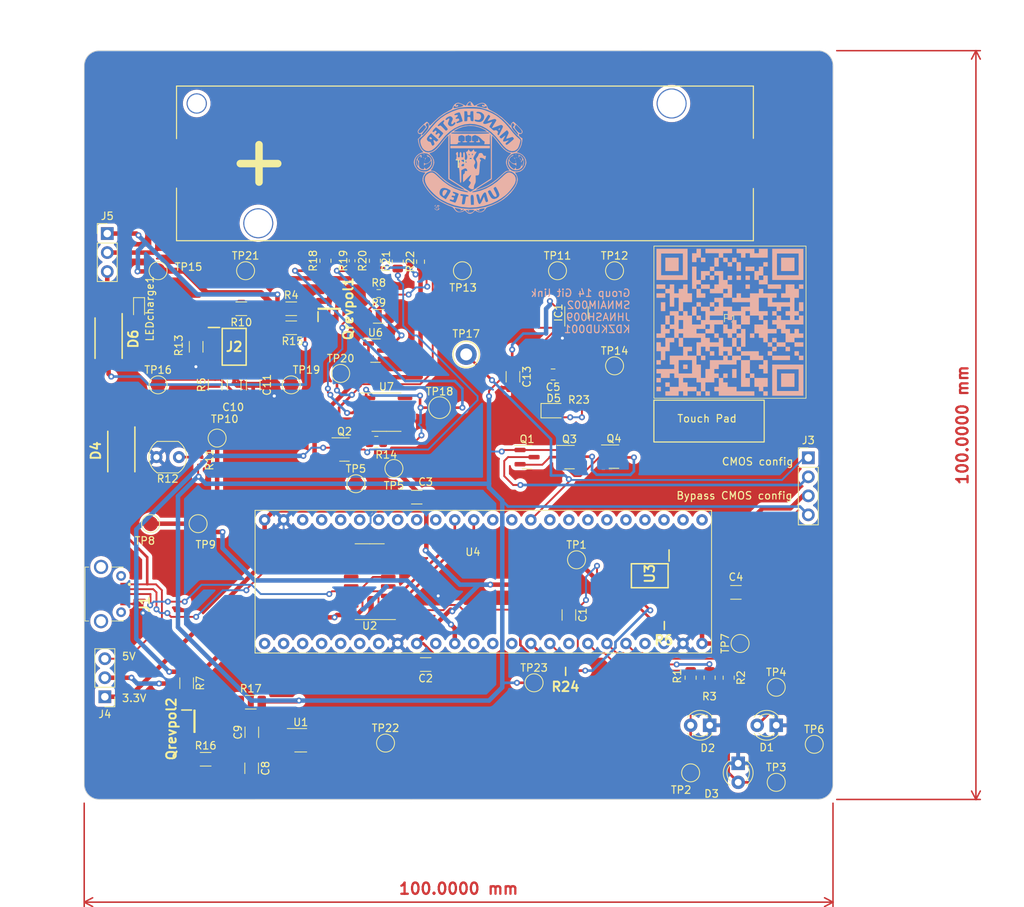
<source format=kicad_pcb>
(kicad_pcb (version 20221018) (generator pcbnew)
  (layers (0 "F.Cu" signal) (31 "B.Cu" signal) (34 "B.Paste" user) (35 "F.Paste" user) (36 "B.SilkS" user "B.Silkscreen") (37 "F.SilkS" user "F.Silkscreen") (38 "B.Mask" user) (39 "F.Mask" user) (44 "Edge.Cuts" user))
  (net 0 "")
  (net 1 "/Power Module/Charging/Vbat")
  (net 2 "/Microcontroller/3.3V")
  (net 3 "GND")
  (net 4 "/Power Module/Regulating/Vin")
  (net 5 "Net-(D4-K)")
  (net 6 "Net-(J2-BAT)")
  (net 7 "Net-(IC1-I)")
  (net 8 "/Vboard")
  (net 9 "Net-(D1-A)")
  (net 10 "Net-(D2-A)")
  (net 11 "Net-(D3-A)")
  (net 12 "/Microcontroller/5V")
  (net 13 "/Output of Touch Sensor")
  (net 15 "Net-(J1-D-)")
  (net 16 "Net-(J1-D+)")
  (net 17 "Net-(J2-PROG2)")
  (net 18 "/Power Module/Charging/Vin")
  (net 20 "Net-(J2-~{CHRG})")
  (net 21 "/Microcontroller/out1")
  (net 22 "/Microcontroller/out2")
  (net 23 "/Microcontroller/out3")
  (net 24 "/Microcontroller/LDR_sensor")
  (net 25 "/Microcontroller/Rx")
  (net 26 "/Microcontroller/Tx")
  (net 27 "/Microcontroller/SCL")
  (net 28 "Net-(LEDcharge1-K)")
  (net 29 "Net-(#FLG05-pwr)")
  (net 30 "Net-(Qrevpol2-S)")
  (net 73 "unconnected-(U4-PA0-Pad10)")
  (net 74 "Net-(Qrevpol1-S)")
  (net 75 "Net-(Qrevpol2-D)")
  (net 76 "Net-(D5-A)")
  (net 77 "Net-(Q2-G)")
  (net 78 "/Power Module/Regulating/Vbat")
  (net 79 "Net-(R22-Pad2)")
  (net 80 "/Microcontroller/T_sensor")
  (net 81 "Net-(R14-Pad2)")
  (net 82 "Net-(U6-A)")
  (net 83 "/Pin 2")
  (net 84 "Net-(D6-K)")
  (net 85 "Net-(Q1-G)")
  (net 86 "Net-(D6-A)")
  (net 87 "Net-(J5-Pin_1)")
  (net 88 "Net-(U1-VO)")
  (net 89 "/Microcontroller/SDA")
  (net 90 "Net-(U7A--)")
  (net 91 "Net-(U6-K)")
  (footprint "TestPoint:TestPoint_Pad_D2.0mm" (layer "F.Cu") (at 72.472 79.995)
    (fp_text reference "TP21")
    (fp_text value "TestPoint")
  )
  (footprint "Library:Schottky Diode" (layer "F.Cu") (at 55.88 104.14 -90)
    (fp_text reference "D4")
    (fp_text value "Schottky - 0.21@1A" hide)
  )
  (footprint "TestPoint:TestPoint_Pad_D2.0mm" (layer "F.Cu") (at 91.1606 143.0782)
    (fp_text reference "TP22")
    (fp_text value "TestPoint")
  )
  (footprint "TestPoint:TestPoint_Pad_D2.0mm" (layer "F.Cu") (at 66.132 113.777)
    (fp_text reference "TP9")
    (fp_text value "TestPoint")
  )
  (footprint "Connector_PinHeader_2.54mm:PinHeader_1x04_P2.54mm_Vertical" (layer "F.Cu") (at 147.6248 104.9782)
    (fp_text reference "J3")
    (fp_text value "Conn_01x04_Pin")
  )
  (footprint "Resistor_SMD:R_0603_1608Metric" (layer "F.Cu") (at 95.84 78.788 90)
    (fp_text reference "R22")
    (fp_text value "2M")
  )
  (footprint "Package_TO_SOT_SMD:SOT-23" (layer "F.Cu") (at 89.8225 90.663)
    (fp_text reference "U6")
    (fp_text value "CJ432")
  )
  (footprint "Package_TO_SOT_SMD:SOT-23" (layer "F.Cu") (at 115.7305 104.887)
    (fp_text reference "Q3")
    (fp_text value "SI2301CDS")
  )
  (footprint "Library:Schottky Diode" (layer "F.Cu") (at 54.1782 89.0016 -90)
    (fp_text reference "D6")
    (fp_text value "Schottky - 0.21@1A" hide)
  )
  (footprint "Package_SO:SOIC-16_3.9x9.9mm_P1.27mm" (layer "F.Cu") (at 89.047 121.524 180)
    (fp_text reference "U2")
    (fp_text value "CH340C")
  )
  (footprint "Resistor_SMD:R_1206_3216Metric" (layer "F.Cu") (at 90.252 86.091)
    (fp_text reference "R9")
    (fp_text value "2.5M")
  )
  (footprint "TestPoint:TestPoint_Pad_D2.0mm" (layer "F.Cu") (at 121.748 92.695)
    (fp_text reference "TP14")
    (fp_text value "TestPoint")
  )
  (footprint "Library:SOIC127P600X175-8N" (layer "F.Cu") (at 126.447 120.729 -90)
    (fp_text reference "U3")
    (fp_text value "AT24C256C" hide)
  )
  (footprint "TestPoint:TestPoint_Pad_D2.0mm" (layer "F.Cu") (at 78.568 95.235)
    (fp_text reference "TP19")
    (fp_text value "TestPoint")
  )
  (footprint "Capacitor_SMD:C_1206_3216Metric" (layer "F.Cu") (at 70.948 95.235 90)
    (fp_text reference "C10")
    (fp_text value "10uF")
  )
  (footprint "TestPoint:TestPoint_Pad_D2.0mm" (layer "F.Cu") (at 87.204 108.443)
    (fp_text reference "TP5")
    (fp_text value "TestPoint")
  )
  (footprint "Library:Si2323" (layer "F.Cu") (at 83.648 85.075 90)
    (fp_text reference "Qrevpol1")
    (fp_text value "PMOS" hide)
  )
  (footprint "TestPoint:TestPoint_Pad_D2.0mm" (layer "F.Cu") (at 121.748 79.995)
    (fp_text reference "TP12")
    (fp_text value "TestPoint")
  )
  (footprint "Capacitor_SMD:C_1206_3216Metric" (layer "F.Cu") (at 73.3044 141.6322 90)
    (fp_text reference "C9")
    (fp_text value "10uF")
  )
  (footprint "TestPoint:TestPoint_Pad_D2.5mm" (layer "F.Cu") (at 98.38 98.283)
    (fp_text reference "TP18")
    (fp_text value "TestPoint")
  )
  (footprint "TestPoint:TestPoint_Pad_D2.0mm" (layer "F.Cu") (at 114.128 79.995)
    (fp_text reference "TP11")
    (fp_text value "TestPoint")
  )
  (footprint "Capacitor_SMD:C_1206_3216Metric" (layer "F.Cu") (at 73.279 146.444 -90)
    (fp_text reference "C8")
    (fp_text value "10uF")
  )
  (footprint "Library:RESC2013X65N" (layer "F.Cu") (at 128.397 127.381 180)
    (fp_text reference "R6")
    (fp_text value "4.7k" hide)
  )
  (footprint "Capacitor_SMD:C_1206_3216Metric" (layer "F.Cu") (at 115.652 125.969 -90)
    (fp_text reference "C1")
    (fp_text value "100nF")
  )
  (footprint "Library:Si2323" (layer "F.Cu") (at 65.648 140.16)
    (fp_text reference "Qrevpol2")
    (fp_text value "PMOS" hide)
  )
  (footprint "Package_TO_SOT_SMD:SOT-23" (layer "F.Cu") (at 121.6695 104.821)
    (fp_text reference "Q4")
    (fp_text value "2N7002")
  )
  (footprint "Capacitor_SMD:C_0805_2012Metric" (layer "F.Cu") (at 113.538 93.853 180)
    (fp_text reference "C5")
    (fp_text value "20pF")
  )
  (footprint "Resistor_SMD:R_0805_2012Metric" (layer "F.Cu") (at 89.932 102.855)
    (fp_text reference "R14")
    (fp_text value "1M")
  )
  (footprint "Resistor_SMD:R_0805_2012Metric" (layer "F.Cu") (at 136.988 134.351 -90)
    (fp_text reference "R2")
    (fp_text value "270R")
  )
  (footprint "TestPoint:TestPoint_Pad_D2.0mm" (layer "F.Cu") (at 110.998 135.0264)
    (fp_text reference "TP23")
    (fp_text value "TestPoint")
  )
  (footprint "Resistor_SMD:R_1206_3216Metric" (layer "F.Cu") (at 78.568 87.615)
    (fp_text reference "R15")
    (fp_text value "0")
  )
  (footprint "Resistor_SMD:R_1206_3216Metric" (layer "F.Cu") (at 73.168 137.62)
    (fp_text reference "R17")
    (fp_text value "0")
  )
  (footprint "Library:STM32F051C6T6" (layer "F.Cu") (at 103.032 123.669)
    (fp_text reference "U4")
    (fp_text value "STM32F051C6T6")
  )
  (footprint "TestPoint:TestPoint_Pad_D2.0mm" (layer "F.Cu") (at 60.788 95.235)
    (fp_text reference "TP16")
    (fp_text value "TestPoint")
  )
  (footprint "Resistor_SMD:R_0805_2012Metric" (layer "F.Cu") (at 83.14 78.662 90)
    (fp_text reference "R18")
    (fp_text value "10M")
  )
  (footprint "Resistor_SMD:R_0402_1005Metric" (layer "F.Cu") (at 86.696 78.662 90)
    (fp_text reference "R19")
    (fp_text value "150k")
  )
  (footprint "Resistor_SMD:R_0201_0603Metric" (layer "F.Cu") (at 66.64 105.232 90)
    (fp_text reference "R11")
    (fp_text value "10k")
  )
  (footprint "TestPoint:TestPoint_Pad_D2.0mm" (layer "F.Cu") (at 138.512 129.779 90)
    (fp_text reference "TP7")
    (fp_text value "TestPoint")
  )
  (footprint "Capacitor_SMD:C_1206_3216Metric" (layer "F.Cu") (at 96.52 132.588 180)
    (fp_text reference "C2")
    (fp_text value "100nF")
  )
  (footprint "TestPoint:TestPoint_Pad_D2.0mm" (layer "F.Cu") (at 68.672 102.347)
    (fp_text reference "TP10")
    (fp_text value "TestPoint")
  )
  (footprint "TestPoint:TestPoint_Pad_D2.0mm" (layer "F.Cu") (at 60.788 79.995)
    (fp_text reference "TP15")
    (fp_text value "TestPoint")
  )
  (footprint "Resistor_SMD:R_0603_1608Metric" (layer "F.Cu") (at 90.252 83.043)
    (fp_text reference "R8")
    (fp_text value "2M")
  )
  (footprint "Package_TO_SOT_SMD:SOT-23-3" (layer "F.Cu") (at 79.838 142.7)
    (fp_text reference "U1")
    (fp_text value "XC6206P332MR")
  )
  (footprint "LED_THT:LED_D3.0mm_IRBlack" (layer "F.Cu") (at 134.448 140.701 180)
    (fp_text reference "D2")
    (fp_text value "LED")
  )
  (footprint "TestPoint:TestPoint_Pad_D2.0mm" (layer "F.Cu") (at 116.668 118.603)
    (fp_text reference "TP1")
    (fp_text value "TestPoint")
  )
  (footprint "TestPoint:TestPoint_Pad_D2.0mm" (layer "F.Cu") (at 85.172 93.711)
    (fp_text reference "TP20")
    (fp_text value "TestPoint")
  )
  (footprint "Package_TO_SOT_SMD:SOT-23" (layer "F.Cu") (at 85.68 103.871)
    (fp_text reference "Q2")
    (fp_text value "SI2301CDS")
  )
  (footprint "Library:Touch Pad" (layer "F.Cu") (at 137.16 86.868)
    (fp_text reference "P1")
    (fp_text value "Touch Pad")
  )
  (footprint "TestPoint:TestPoint_Pad_D2.0mm" (layer "F.Cu") (at 131.908 147.051)
    (fp_text reference "TP2")
    (fp_text value "TestPoint")
  )
  (footprint "Resistor_SMD:R_1206_3216Metric" (layer "F.Cu") (at 78.568 85.075)
    (fp_text reference "R4")
    (fp_text value "0")
  )
  (footprint "TestPoint:TestPoint_Keystone_5005-5009_Compact" (layer "F.Cu") (at 101.936 91.171)
    (fp_text reference "TP17")
    (fp_text value "TestPoint")
  )
  (footprint "Resistor_SMD:R_1206_3216Metric" (layer "F.Cu") (at 64.598 135.08 -90)
    (fp_text reference "R7")
    (fp_text value "0")
  )
  (footprint "Package_TO_SOT_SMD:SOT-23-6" (layer "F.Cu") (at 116.6622 85.598 90)
    (fp_text reference "IC1")
    (fp_text value "TTP223E-BA6")
  )
  (footprint "Capacitor_SMD:C_1206_3216Metric" (layer "F.Cu") (at 73.488 95.235 -90)
    (fp_text reference "C11")
    (fp_text value "10uF")
  )
  (footprint "Package_TO_SOT_SMD:SOT-23" (layer "F.Cu") (at 110.064 104.887)
    (fp_text reference "Q1")
    (fp_text value "SI2301CDS")
  )
  (footprint "Library:SOIC127P600X175-8N" (layer "F.Cu") (at 70.948 90.155)
    (fp_text reference "J2")
    (fp_text value "TP4056" hide)
  )
  (footprint "Resistor_SMD:R_0201_0603Metric" (layer "F.Cu") (at 116.988 98.283)
    (fp_text reference "R23")
    (fp_text value "150R")
  )
  (footprint "Capacitor_SMD:C_1206_3216Metric" (layer "F.Cu") (at 95.332 110.236 180)
    (fp_text reference "C3")
    (fp_text value "100nF")
  )
  (footprint "OptoDevice:R_LDR_5.0x4.1mm_P3mm_Vertical" (layer "F.Cu") (at 63.572 104.887 180)
    (fp_text reference "R12")
    (fp_text value "LDR03")
  )
  (footprint "Connector_PinHeader_2.54mm:PinHeader_1x03_P2.54mm_Vertical" (layer "F.Cu") (at 54.0004 75.0316)
    (fp_text reference "J5")
    (fp_text value "Conn_01x03_Pin")
  )
  (footprint "Capacitor_SMD:C_1206_3216Metric" (layer "F.Cu") (at 108.1786 94.1596 -90)
    (fp_text reference "C13")
    (fp_text value "100nF")
  )
  (footprint "TestPoint:TestPoint_Pad_D2.0mm" (layer "F.Cu") (at 143.338 135.621)
    (fp_text reference "TP4")
    (fp_text value "TestPoint")
  )
  (footprint "Package_SO:SOIC-8_3.9x4.9mm_P1.27mm" (layer "F.Cu") (at 91.2876 98.8822)
    (fp_text reference "U7")
    (fp_text value "NE5532")
  )
  (footprint "Library:18650_Holder_SMD" (layer "F.Cu") (at 101.768 65.135 180)
    (fp_text reference "BT1")
    (fp_text value "Battery_Cell")
  )
  (footprint "TestPoint:TestPoint_Pad_D2.0mm" (layer "F.Cu") (at 101.428 79.995)
    (fp_text reference "TP13")
    (fp_text value "TestPoint")
  )
  (footprint "Connector_PinHeader_2.54mm:PinHeader_1x03_P2.54mm_Vertical" (layer "F.Cu") (at 53.676 136.891 180)
    (fp_text reference "J4")
    (fp_text value "Conn_01x03_Pin")
  )
  (footprint "Resistor_SMD:R_0805_2012Metric" (layer "F.Cu") (at 131.908 134.351 -90)
    (fp_text reference "R1")
    (fp_text value "270R")
  )
  (footprint "TestPoint:TestPoint_Pad_D2.0mm" (layer "F.Cu") (at 143.338 148.321)
    (fp_text reference "TP3")
    (fp_text value "TestPoint")
  )
  (footprint "Resistor_SMD:R_0805_2012Metric" (layer "F.Cu") (at 134.448 134.351 -90)
    (fp_text reference "R3")
    (fp_text value "270R")
  )
  (footprint "TestPoint:TestPoint_Pad_D2.0mm" (layer "F.Cu") (at 59.782 113.777)
    (fp_text reference "TP8")
    (fp_text value "TestPoint")
  )
  (footprint "Library:MICROXNJ" (layer "F.Cu") (at 53.168 123.175 90)
    (fp_text reference "J1")
    (fp_text value "USB_B_Micro" hide)
  )
  (footprint "LED_SMD:LED_0805_2012Metric" (layer "F.Cu") (at 113.6119 98.679)
    (fp_text reference "D5")
    (fp_text value "LED")
  )
  (footprint "LED_THT:LED_D3.0mm_IRBlack" (layer "F.Cu") (at 138.258 145.781 -90)
    (fp_text reference "D3")
    (fp_text value "LED")
  )
  (footprint "TestPoint:TestPoint_Pad_D2.0mm" (layer "F.Cu") (at 148.418 143.241)
    (fp_text reference "TP6")
    (fp_text value "TestPoint")
  )
  (footprint "TestPoint:TestPoint_Pad_D2.0mm" (layer "F.Cu") (at 92.284 106.411)
    (fp_text reference "TP5")
    (fp_text value "TestPoint")
  )
  (footprint "LED_THT:LED_D3.0mm_IRBlack" (layer "F.Cu") (at 143.338 140.701 180)
    (fp_text reference "D1")
    (fp_text value "LED")
  )
  (footprint "Resistor_SMD:R_1206_3216Metric" (layer "F.Cu") (at 68.408 95.235 90)
    (fp_text reference "R5")
    (fp_text value "0")
  )
  (footprint "Resistor_SMD:R_1206_3216Metric" (layer "F.Cu") (at 71.898 85.075 180)
    (fp_text reference "R10")
    (fp_text value "1k")
  )
  (footprint "Resistor_SMD:R_1206_3216Metric" (layer "F.Cu") (at 65.868 90.155 -90)
    (fp_text reference "R13")
    (fp_text value "2k")
  )
  (footprint "LED_SMD:LED_0603_1608Metric" (layer "F.Cu") (at 58.248 85.075 -90)
    (fp_text reference "LEDcharge1")
    (fp_text value "RED")
  )
  (footprint "Library:RESC2013X65N" (layer "F.Cu") (at 115.2144 133.5024)
    (fp_text reference "R24")
    (fp_text value "4.7k" hide)
  )
  (footprint "Resistor_SMD:R_1206_3216Metric" (layer "F.Cu") (at 67.138 145.24)
    (fp_text reference "R16")
    (fp_text value "0")
  )
  (footprint "Resistor_SMD:R_0805_2012Metric" (layer "F.Cu") (at 92.792 78.791 90)
    (fp_text reference "R21")
    (fp_text value "100k")
  )
  (footprint "Capacitor_SMD:C_1206_3216Metric" (layer "F.Cu") (at 137.952 122.954 180)
    (fp_text reference "C4")
    (fp_text value "100nF")
  )
  (footprint "Resistor_SMD:R_0805_2012Metric" (layer "F.Cu") (at 89.744 78.662 90)
    (fp_text reference "R20")
    (fp_text value "2.05M")
  )
  (footprint "Library:ManUtd" (layer "B.Cu") (at 102.489 64.8462 180)
    (fp_text reference "G***" hide)
    (fp_text value "LOGO" hide)
  )
  (footprint "Library:QR-CODE" (layer "B.Cu") (at 137.16 86.868 180)
    (fp_text reference "G***" hide)
    (fp_text value "LOGO" hide)
  )
  (gr_rect (start 127 97.282) (end 141.732 102.87) (stroke (width 0.15)) (fill none) (layer "F.SilkS"))
  (gr_line (start 150.9014 148.6916) (end 150.9268 52.5526) (stroke (width 0.1)) (layer "Edge.Cuts"))
  (gr_arc (start 150.9014 148.6916) (mid 150.283006 150.047596) (end 148.894883 150.590046) (stroke (width 0.1)) (layer "Edge.Cuts"))
  (gr_arc (start 50.927 52.6288) (mid 51.465669 51.244119) (end 52.8125 50.616782) (stroke (width 0.1)) (layer "Edge.Cuts"))
  (gr_line (start 52.933284 150.600028) (end 148.894883 150.590046) (stroke (width 0.1)) (layer "Edge.Cuts"))
  (gr_line (start 149.106418 50.608137) (end 52.8125 50.616782) (stroke (width 0.1)) (layer "Edge.Cuts"))
  (gr_line (start 50.927 52.6288) (end 50.927001 148.59) (stroke (width 0.1)) (layer "Edge.Cuts"))
  (gr_arc (start 149.106418 50.608137) (mid 150.385532 51.234987) (end 150.9268 52.5526) (stroke (width 0.1)) (layer "Edge.Cuts"))
  (gr_arc (start 52.933284 150.600028) (mid 51.509372 150.015) (end 50.927001 148.59) (stroke (width 0.1)) (layer "Edge.Cuts"))
  (gr_text "Group 14 Git link\nSMNAIM002\nJHNASH009\nKDZKUD001" (at 123.952 88.392) (layer "B.SilkS") (effects (font (size 1 1)) (justify left bottom mirror)))
  (gr_text "3.3V\n" (at 55.88 137.668) (layer "F.SilkS") (effects (font (size 1 1)) (justify left bottom)))
  (gr_text "Bypass CMOS config\n" (at 129.921 110.617) (layer "F.SilkS") (effects (font (size 1 1)) (justify left bottom)))
  (gr_text "CMOS config" (at 135.9916 106.0704) (layer "F.SilkS") (effects (font (size 1 1)) (justify left bottom)))
  (gr_text "Touch Pad\n" (at 130.048 100.33) (layer "F.SilkS") (effects (font (size 1 1)) (justify left bottom)))
  (gr_text "5V\n" (at 55.88 132.08) (layer "F.SilkS") (effects (font (size 1 1)) (justify left bottom)))
  (dimension (type aligned) (layer "F.Cu") (pts (xy 150.92 150.607) (xy 50.92 150.607)) (height -13.716) (gr_text "100,0000 mm" (at 100.92 162.523) (layer "F.Cu") (effects (font (size 1.5 1.5) (thickness 0.3)))) (format (prefix "") (suffix "") (units 3) (units_format 1) (precision 4)) (style (thickness 0.2) (arrow_length 1.27) (text_position_mode 0) (extension_height 0.58642) (extension_offset 0.5) keep_text_aligned))
  (dimension (type aligned) (layer "F.Cu") (pts (xy 150.92 50.607) (xy 150.92 150.607)) (height -19.088) (gr_text "100,0000 mm" (at 168.208 100.607 90) (layer "F.Cu") (effects (font (size 1.5 1.5) (thickness 0.3)))) (format (prefix "") (suffix "") (units 3) (units_format 1) (precision 4)) (style (thickness 0.2) (arrow_length 1.27) (text_position_mode 0) (extension_height 0.58642) (extension_offset 0.5) keep_text_aligned))
  (segment (start 88.0825 125.207) (end 88.22 125.207) (width 0.6) (layer "B.Cu") (net 0))
  (segment (start 91.4225 122.159) (end 91.522 122.2585) (width 0.25) (layer "B.Cu") (net 0))
  (segment (start 88.22 125.207) (end 91.268 122.159) (width 0.6) (layer "B.Cu") (net 0))
  (segment (start 91.268 122.159) (end 91.4225 122.159) (width 0.25) (layer "B.Cu") (net 0))
  (segment (start 54.0004 77.5716) (end 60.1634 77.5716) (width 0.6) (layer "F.Cu") (net 1))
  (segment (start 95.8146 80.4926) (end 95.84 80.518) (width 0.35) (layer "F.Cu") (net 1))
  (segment (start 88.22 81.011) (end 89.744 79.487) (width 0.6) (layer "F.Cu") (net 1))
  (segment (start 60.1634 77.5716) (end 60.788 76.947) (width 0.6) (layer "F.Cu") (net 1))
  (segment (start 73.488 81.011) (end 88.22 81.011) (width 0.6) (layer "F.Cu") (net 1))
  (segment (start 60.788 76.947) (end 69.424 76.947) (width 0.8) (layer "F.Cu") (net 1))
  (segment (start 95.737 79.716) (end 95.84 79.613) (width 0.35) (layer "F.Cu") (net 1))
  (segment (start 95.1738 80.4926) (end 95.8146 80.4926) (width 0.35) (layer "F.Cu") (net 1))
  (segment (start 95.84 80.518) (end 95.84 79.613) (width 0.6) (layer "F.Cu") (net 1))
  (segment (start 95.84 94.219) (end 95.84 80.518) (width 0.6) (layer "F.Cu") (net 1))
  (segment (start 72.472 79.995) (end 73.488 81.011) (width 0.6) (layer "F.Cu") (net 1))
  (segment (start 84.7219 104.8004) (end 81.6864 104.8004) (width 0.6) (layer "F.Cu") (net 1))
  (segment (start 87.712 94.219) (end 95.84 94.219) (width 0.6) (layer "F.Cu") (net 1))
  (segment (start 69.424 76.947) (end 72.472 79.995) (width 0.8) (layer "F.Cu") (net 1))
  (segment (start 89.744 79.5745) (end 91.3601 79.5745) (width 0.35) (layer "F.Cu") (net 1))
  (segment (start 91.3601 79.5745) (end 91.3638 79.5782) (width 0.35) (layer "F.Cu") (net 1))
  (segment (start 81.6864 104.8004) (end 81.6864 100.2446) (width 0.6) (layer "F.Cu") (net 1))
  (segment (start 84.7425 104.821) (end 84.7219 104.8004) (width 0.6) (layer "F.Cu") (net 1))
  (segment (start 81.6864 100.2446) (end 87.712 94.219) (width 0.6) (layer "F.Cu") (net 1))
  (segment (start 60.788 76.947) (end 60.788 66.99) (width 0.8) (layer "F.Cu") (net 1))
  (segment (start 60.788 66.99) (end 62.118 65.66) (width 0.8) (layer "F.Cu") (net 1))
  (via (at 95.1738 80.4926) (size 0.8) (drill 0.4) (layers "F.Cu" "B.Cu") (net 1))
  (via (at 91.3638 79.5782) (size 0.8) (drill 0.4) (layers "F.Cu" "B.Cu") (net 1))
  (segment (start 91.3638 79.5782) (end 94.2594 79.5782) (width 0.35) (layer "B.Cu") (net 1))
  (segment (start 94.2594 79.5782) (end 95.1738 80.4926) (width 0.35) (layer "B.Cu") (net 1))
  (segment (start 98.074 131.646) (end 98.074 131.811) (width 0.35) (layer "F.Cu") (net 2))
  (segment (start 138.512 129.779) (end 138.512 123.104) (width 0.6) (layer "F.Cu") (net 2))
  (segment (start 109.0676 122.0216) (end 108.966 121.92) (width 0.35) (layer "F.Cu") (net 2))
  (segment (start 96.207 129.779) (end 98.074 131.646) (width 0.35) (layer "F.Cu") (net 2))
  (segment (start 133.432 128.509) (end 132.162 127.239) (width 0.6) (layer "F.Cu") (net 2))
  (segment (start 96.61 112.261) (end 96.348 111.999) (width 0.6) (layer "F.Cu") (net 2))
  (segment (start 96.594 117.422) (end 96.52 117.348) (width 0.6) (layer "F.Cu") (net 2))
  (segment (start 99.852 125.259) (end 99.859 125.259) (width 0.6) (layer "F.Cu") (net 2))
  (segment (start 128.352 123.429) (end 128.352 118.029) (width 0.6) (layer "F.Cu") (net 2))
  (segment (start 96.52 117.348) (end 96.61 117.258) (width 0.6) (layer "F.Cu") (net 2))
  (segment (start 105.156 121.92) (end 108.966 121.92) (width 0.6) (layer "F.Cu") (net 2))
  (segment (start 95.332 129.779) (end 96.207 129.779) (width 0.35) (layer "F.Cu") (net 2))
  (segment (start 117.9322 124.001973) (end 117.9322 123.9774) (width 0.25) (layer "F.Cu") (net 2))
  (segment (start 53.676 136.891) (end 56.975207 136.891) (width 0.6) (layer "F.Cu") (net 2))
  (segment (start 112.687439 133.5024) (end 109.169 129.983961) (width 0.35) (layer "F.Cu") (net 2))
  (segment (start 145.624 111.491) (end 145.4658 111.491) (width 0.25) (layer "F.Cu") (net 2))
  (segment (start 128.352 126.289) (end 129.302 127.239) (width 0.6) (layer "F.Cu") (net 2))
  (segment (start 96.042 110.169) (end 92.284 106.411) (width 0.6) (layer "F.Cu") (net 2))
  (segment (start 96.348 111.999) (end 96.042 111.693) (width 0.6) (layer "F.Cu") (net 2))
  (segment (start 138.512 123.104) (end 138.662 122.954) (width 0.6) (layer "F.Cu") (net 2))
  (segment (start 109.169 129.983961) (end 109.169 126.187) (width 0.35) (layer "F.Cu") (net 2))
  (segment (start 119.6086 120.889) (end 124.542 120.889) (width 0.6) (layer "F.Cu") (net 2))
  (segment (start 99.859 125.259) (end 100.076 125.476) (width 0.6) (layer "F.Cu") (net 2))
  (segment (start 147.6248 110.0582) (end 146.8986 110.0582) (width 0.6) (layer "F.Cu") (net 2))
  (segment (start 56.975207 136.891) (end 75.012 118.854207) (width 0.6) (layer "F.Cu") (net 2))
  (segment (start 127.082 118.029) (end 125.812 118.029) (width 0.6) (layer "F.Cu") (net 2))
  (segment (start 119.4054 120.6858) (end 119.6086 120.889) (width 0.25) (layer "F.Cu") (net 2))
  (segment (start 90.244 112.007) (end 90.252 111.999) (width 0.6) (layer "F.Cu") (net 2))
  (segment (start 139.749 122.954) (end 138.662 122.954) (width 0.25) (layer "F.Cu") (net 2))
  (segment (start 127.082 118.029) (end 128.352 118.029) (width 0.6) (layer "F.Cu") (net 2))
  (segment (start 141.5034 111.7346) (end 145.2222 111.7346) (width 0.6) (layer "F.Cu") (net 2))
  (segment (start 75.012 118.854207) (end 75.012 113.269) (width 0.6) (layer "F.Cu") (net 2))
  (segment (start 114.2644 133.5024) (end 112.687439 133.5024) (width 0.35) (layer "F.Cu") (net 2))
  (segment (start 90.252 111.999) (end 96.348 111.999) (width 0.6) (layer "F.Cu") (net 2))
  (segment (start 116.668 118.603) (end 118.954 120.889) (width 0.6) (layer "F.Cu") (net 2))
  (segment (start 108.966 121.92) (end 113.351 121.92) (width 0.6) (layer "F.Cu") (net 2))
  (segment (start 118.954 120.889) (end 119.6086 120.889) (width 0.6) (layer "F.Cu") (net 2))
  (segment (start 109.169 126.187) (end 115.747173 126.187) (width 0.25) (layer "F.Cu") (net 2))
  (segment (start 76.274 112.007) (end 90.244 112.007) (width 0.6) (layer "F.Cu") (net 2))
  (segment (start 96.61 117.258) (end 96.61 112.261) (width 0.6) (layer "F.Cu") (net 2))
  (segment (start 133.432 129.779) (end 138.512 129.779) (width 0.6) (layer "F.Cu") (net 2))
  (segment (start 133.432 129.779) (end 133.432 128.509) (width 0.6) (layer "F.Cu") (net 2))
  (segment (start 115.747173 126.187) (end 117.9322 124.001973) (width 0.25) (layer "F.Cu") (net 2))
  (segment (start 96.042 110.475) (end 96.042 110.169) (width 0.6) (layer "F.Cu") (net 2))
  (segment (start 75.012 113.269) (end 76.274 112.007) (width 0.6) (layer "F.Cu") (net 2))
  (segment (start 132.162 127.239) (end 129.302 127.239) (width 0.6) (layer "F.Cu") (net 2))
  (segment (start 119.4054 119.4054) (end 119.4054 120.6858) (width 0.25) (layer "F.Cu") (net 2))
  (segment (start 128.352 123.429) (end 128.352 126.289) (width 0.6) (layer "F.Cu") (net 2))
  (segment (start 125.812 119.619) (end 125.812 118.029) (width 0.6) (layer "F.Cu") (net 2))
  (segment (start 95.332 129.779) (end 99.852 125.259) (width 0.6) (layer "F.Cu") (net 2))
  (segment (start 145.2222 111.7346) (end 145.4658 111.491) (width 0.6) (layer "F.Cu") (net 2))
  (segment (start 145.4658 111.491) (end 145.116 111.491) (width 0.25) (layer "F.Cu") (net 2))
  (segment (start 146.8986 110.0582) (end 145.4658 111.491) (width 0.6) (layer "F.Cu") (net 2))
  (segment (start 139.427 122.954) (end 139.427 113.811) (width 0.6) (layer "F.Cu") (net 2))
  (segment (start 124.542 120.889) (end 125.812 119.619) (width 0.6) (layer "F.Cu") (net 2))
  (segment (start 113.351 121.92) (end 116.668 118.603) (width 0.6) (layer "F.Cu") (net 2))
  (segment (start 96.042 111.693) (end 96.042 110.475) (width 0.6) (layer "F.Cu") (net 2))
  (segment (start 139.427 113.811) (end 141.5034 111.7346) (width 0.6) (layer "F.Cu") (net 2))
  (via (at 117.9322 123.9774) (size 0.8) (drill 0.4) (layers "F.Cu" "B.Cu") (net 2))
  (via (at 105.156 121.92) (size 0.8) (drill 0.4) (layers "F.Cu" "B.Cu") (net 2))
  (via (at 100.076 125.476) (size 0.8) (drill 0.4) (layers "F.Cu" "B.Cu") (net 2))
  (via (at 96.52 117.348) (size 0.8) (drill 0.4) (layers "F.Cu" "B.Cu") (net 2))
  (via (at 119.4054 119.4054) (size 0.8) (drill 0.4) (layers "F.Cu" "B.Cu") (net 2))
  (segment (start 101.092 121.92) (end 105.156 121.92) (width 0.6) (layer "B.Cu") (net 2))
  (segment (start 117.9322 120.8786) (end 119.4054 119.4054) (width 0.25) (layer "B.Cu") (net 2))
  (segment (start 96.52 117.348) (end 101.092 121.92) (width 0.6) (layer "B.Cu") (net 2))
  (segment (start 103.632 121.92) (end 105.156 121.92) (width 0.6) (layer "B.Cu") (net 2))
  (segment (start 100.076 125.476) (end 103.632 121.92) (width 0.6) (layer "B.Cu") (net 2))
  (segment (start 117.9322 123.9774) (end 117.9322 120.8786) (width 0.25) (layer "B.Cu") (net 2))
  (segment (start 64.6046 141.11) (end 64.7446 140.97) (width 0.25) (layer "F.Cu") (net 3))
  (segment (start 93.857 110.236) (end 93.857 110.24) (width 0.25) (layer "F.Cu") (net 3))
  (segment (start 136.5578 122.954) (end 136.5758 122.936) (width 0.25) (layer "F.Cu") (net 3))
  (segment (start 56.368 124.475) (end 56.368 124.48) (width 0.25) (layer "F.Cu") (net 3))
  (segment (start 141.418 65.66) (end 141.418 68.677) (width 0.6) (layer "F.Cu") (net 3))
  (segment (start 120.6808 105.771) (end 120.65 105.7402) (width 0.25) (layer "F.Cu") (net 3))
  (segment (start 95.045 132.032) (end 92.792 129.779) (width 0.25) (layer "F.Cu") (net 3))
  (segment (start 141.418 65.66) (end 141.7838 65.66) (width 0.25) (layer "F.Cu") (net 3))
  (segment (start 57.5714 124.475) (end 58.7756 125.6792) (width 0.25) (layer "F.Cu") (net 3))
  (segment (start 92.792 77.8785) (end 92.8603 77.8785) (width 0.25) (layer "F.Cu") (net 3))
  (segment (start 86.696 78.152) (end 86.696 78.1754) (width 0.25) (layer "F.Cu") (net 3))
  (segment (start 68.248 88.25) (end 66.3105 88.25) (width 0.25) (layer "F.Cu") (net 3))
  (segment (start 73.488 96.71) (end 76.2884 96.71) (width 0.35) (layer "F.Cu") (net 3))
  (segment (start 86.696 78.1754) (end 86.6902 78.1812) (width 0.25) (layer "F.Cu") (net 3))
  (segment (start 78.7005 141.75) (end 78.2246 141.75) (width 0.25) (layer "F.Cu") (net 3))
  (segment (start 84.598 86.125) (end 84.5122 86.125) (width 0.25) (layer "F.Cu") (net 3))
  (segment (start 67.123 91.2968) (end 67.123 92.1858) (width 0.35) (layer "F.Cu") (net 3))
  (segment (start 58.7756 125.6792) (end 58.7756 125.7046) (width 0.25) (layer "F.Cu") (net 3))
  (segment (start 115.652 127.444) (end 115.652 127.4514) (width 0.25) (layer "F.Cu") (net 3))
  (segment (start 115.652 127.4514) (end 115.6462 127.4572) (width 0.25) (layer "F.Cu") (net 3))
  (segment (start 64.598 141.11) (end 64.6046 141.11) (width 0.25) (layer "F.Cu") (net 3))
  (segment (start 124.542 118.029) (end 124.541 118.029) (width 0.25) (layer "F.Cu") (net 3))
  (segment (start 93.857 110.24) (end 93.9546 110.3376) (width 0.25) (layer "F.Cu") (net 3))
  (segment (start 91.7344 86.091) (end 91.794855 86.030545) (width 0.25) (layer "F.Cu") (net 3))
  (segment (start 136.477 122.954) (end 136.5578 122.954) (width 0.25) (layer "F.Cu") (net 3))
  (segment (start 73.5472 140.4) (end 73.3044 140.1572) (width 0.25) (layer "F.Cu") (net 3))
  (segment (start 66.3105 88.25) (end 65.868 88.6925) (width 0.25) (layer "F.Cu") (net 3))
  (segment (start 70.948 94.17) (end 73.488 96.71) (width 0.35) (layer "F.Cu") (net 3))
  (segment (start 141.7838 65.66) (end 142.1638 66.04) (width 0.25) (layer "F.Cu") (net 3))
  (segment (start 124.541 118.029) (end 124.5362 118.0338) (width 0.25) (layer "F.Cu") (net 3))
  (segment (start 127.082 123.429) (end 127.082 123.4128) (width 0.25) (layer "F.Cu") (net 3))
  (segment (start 67.6298 90.79) (end 67.123 91.2968) (width 0.35) (layer "F.Cu") (net 3))
  (segment (start 56.368 124.48) (end 56.3626 124.4854) (width 0.25) (layer "F.Cu") (net 3))
  (segment (start 76.2884 96.71) (end 76.3016 96.7232) (width 0.35) (layer "F.Cu") (net 3))
  (segment (start 116.6622 87.119751) (end 114.780351 89.0016) (width 0.25) (layer "F.Cu") (net 3))
  (segment (start 120.732 105.771) (end 120.6808 105.771) (width 0.25) (layer "F.Cu") (net 3))
  (segment (start 67.123 92.1858) (end 66.4972 92.8116) (width 0.35) (layer "F.Cu") (net 3))
  (segment (start 68.248 90.79) (end 68.230463 90.79) (width 0.25) (layer "F.Cu") (net 3))
  (segment (start 145.878 140.701) (end 148.418 143.241) (width 0.25) (layer "F.Cu") (net 3))
  (segment (start 143.338 140.701) (end 145.878 140.701) (width 0.25) (layer "F.Cu") (net 3))
  (segment (start 68.248 90.79) (end 67.6298 90.79) (width 0.35) (layer "F.Cu") (net 3))
  (segment (start 127.082 123.4128) (end 127.1016 123.3932) (width 0.25) (layer "F.Cu") (net 3))
  (segment (start 91.7145 86.091) (end 91.7344 86.091) (width 0.25) (layer "F.Cu") (net 3))
  (segment (start 56.368 124.475) (end 57.5714 124.475) (width 0.25) (layer "F.Cu") (net 3))
  (segment (start 66.4972 92.8116) (end 65.8368 92.8116) (width 0.35) (layer "F.Cu") (net 3))
  (segment (start 91.522 125.969) (end 91.522 126.0485) (width 0.25) (layer "F.Cu") (net 3))
  (segment (start 114.7572 89.0016) (end 114.780351 89.0016) (width 0.25) (layer "F.Cu") (net 3))
  (segment (start 70.948 93.76) (end 70.948 94.17) (width 0.35) (layer "F.Cu") (net 3))
  (segment (start 116.6622 86.7355) (end 116.6622 87.119751) (width 0.25) (layer "F.Cu") (net 3))
  (segment (start 92.8603 77.8785) (end 92.8624 77.8764) (width 0.25) (layer "F.Cu") (net 3))
  (segment (start 95.045 132.588) (end 95.045 132.032) (width 0.25) (layer "F.Cu") (net 3))
  (via (at 76.3016 96.7232) (size 0.8) (drill 0.4) (layers "F.Cu" "B.Cu") (net 3))
  (via (at 76.3016 96.7232) (size 0.8) (drill 0.4) (layers "F.Cu" "B.Cu") (net 3))
  (via (at 98.1964 123.4186) (size 0.8) (drill 0.4) (layers "F.Cu" "B.Cu") (net 3))
  (via (at 58.7756 125.7046) (size 0.8) (drill 0.4) (layers "F.Cu" "B.Cu") (net 3))
  (via (at 65.8368 92.8116) (size 0.8) (drill 0.4) (layers "F.Cu" "B.Cu") (net 3))
  (via (at 114.780351 89.0016) (size 0.8) (drill 0.4) (layers "F.Cu" "B.Cu") (net 3))
  (segment (start 91.646149 110.3376) (end 89.165 112.818749) (width 0.25) (layer "B.Cu") (net 3))
  (segment (start 89.165 112.818749) (end 89.165 113.719251) (width 0.25) (layer "B.Cu") (net 3))
  (segment (start 136.5758 122.6058) (end 136.398 122.428) (width 0.25) (layer "B.Cu") (net 3))
  (segment (start 89.662 114.8842) (end 98.1964 123.4186) (width 0.25) (layer "B.Cu") (net 3))
  (segment (start 78.0034 114.8842) (end 77.552 114.4328) (width 0.25) (layer "B.Cu") (net 3))
  (segment (start 93.853 110.3376) (end 91.646149 110.3376) (width 0.25) (layer "B.Cu") (net 3))
  (segment (start 77.552 114.4328) (end 77.552 113.269) (width 0.25) (layer "B.Cu") (net 3))
  (segment (start 89.165 113.719251) (end 88.000051 114.8842) (width 0.25) (layer "B.Cu") (net 3))
  (segment (start 88.000051 114.8842) (end 89.662 114.8842) (width 0.25) (layer "B.Cu") (net 3))
  (segment (start 88.000051 114.8842) (end 78.0034 114.8842) (width 0.25) (layer "B.Cu") (net 3))
  (segment (start 75.9714 145.2372) (end 75.819 145.3896) (width 0.6) (layer "F.Cu") (net 4))
  (segment (start 79.1718 148.7678) (end 75.819 145.415) (width 0.35) (layer "F.Cu") (net 4))
  (segment (start 82.5274 142.7) (end 83.185 143.3576) (width 0.6) (layer "F.Cu") (net 4))
  (segment (start 80.9755 142.7) (end 82.5274 142.7) (width 0.6) (layer "F.Cu") (net 4))
  (segment (start 83.185 143.3576) (end 83.185 145.2372) (width 0.6) (layer "F.Cu") (net 4))
  (segment (start 88.8492 148.7678) (end 89.1794 148.4376) (width 0.35) (layer "F.Cu") (net 4))
  (segment (start 73.279 144.969) (end 68.8715 144.969) (width 0.6) (layer "F.Cu") (net 4))
  (segment (start 89.1794 148.4376) (end 89.1794 145.0594) (width 0.35) (layer "F.Cu") (net 4))
  (segment (start 68.8715 144.969) (end 68.6005 145.24) (width 0.6) (layer "F.Cu") (net 4))
  (segment (start 79.1718 148.7678) (end 88.8492 148.7678) (width 0.35) (layer "F.Cu") (net 4))
  (segment (start 75.819 145.3896) (end 75.057 145.3896) (width 0.6) (layer "F.Cu") (net 4))
  (segment (start 74.6364 144.969) (end 73.279 144.969) (width 0.6) (layer "F.Cu") (net 4))
  (segment (start 75.057 145.3896) (end 74.6364 144.969) (width 0.6) (layer "F.Cu") (net 4))
  (segment (start 89.1794 145.0594) (end 91.1606 143.0782) (width 0.35) (layer "F.Cu") (net 4))
  (segment (start 83.185 145.2372) (end 75.9714 145.2372) (width 0.6) (layer "F.Cu") (net 4))
  (segment (start 75.819 145.415) (end 75.819 145.3896) (width 0.35) (layer "F.Cu") (net 4))
  (segment (start 58.0038 101.94) (end 55.88 101.94) (width 0.35) (layer "F.Cu") (net 5))
  (segment (start 63.2463 96.6975) (end 58.0038 101.94) (width 0.35) (layer "F.Cu") (net 5))
  (segment (start 68.408 96.6975) (end 63.2463 96.6975) (width 0.35) (layer "F.Cu") (net 5))
  (segment (start 77.618 89.44) (end 77.618 87.615) (width 0.6) (layer "F.Cu") (net 6))
  (segment (start 73.648 93.6) (end 73.488 93.76) (width 0.35) (layer "F.Cu") (net 6))
  (segment (start 78.568 90.39) (end 77.618 89.44) (width 0.6) (layer "F.Cu") (net 6))
  (segment (start 75.393 92.06) (end 78.568 95.235) (width 0.6) (layer "F.Cu") (net 6))
  (segment (start 78.568 95.235) (end 78.568 90.39) (width 0.6) (layer "F.Cu") (net 6))
  (segment (start 73.648 92.06) (end 73.648 93.6) (width 0.35) (layer "F.Cu") (net 6))
  (segment (start 73.648 92.06) (end 74.998 92.06) (width 0.6) (layer "F.Cu") (net 6))
  (segment (start 74.998 92.06) (end 75.393 92.06) (width 0.6) (layer "F.Cu") (net 6))
  (segment (start 117.6122 87.119751) (end 117.6122 86.7355) (width 0.25) (layer "F.Cu") (net 7))
  (segment (start 116.203 93.26) (end 115.61 93.853) (width 0.25) (layer "F.Cu") (net 7))
  (segment (start 137.16 86.868) (end 131.333 92.695) (width 0.25) (layer "F.Cu") (net 7))
  (segment (start 115.61 93.853) (end 114.488 93.853) (width 0.25) (layer "F.Cu") (net 7))
  (segment (start 119.716 92.695) (end 119.208 92.695) (width 0.25) (layer "F.Cu") (net 7))
  (segment (start 116.203 92.695) (end 121.748 92.695) (width 0.25) (layer "F.Cu") (net 7))
  (segment (start 131.333 92.695) (end 121.748 92.695) (width 0.25) (layer "F.Cu") (net 7))
  (segment (start 131.191 92.837) (end 130.6068 92.837) (width 0.25) (layer "F.Cu") (net 7))
  (segment (start 116.203 92.695) (end 116.203 88.528951) (width 0.25) (layer "F.Cu") (net 7))
  (segment (start 116.203 88.528951) (end 117.6122 87.119751) (width 0.25) (layer "F.Cu") (net 7))
  (segment (start 116.203 92.695) (end 116.203 93.26) (width 0.25) (layer "F.Cu") (net 7))
  (segment (start 114.128 82.535) (end 114.128 79.995) (width 0.25) (layer "F.Cu") (net 8))
  (segment (start 108.2975 92.695) (end 108.2548 92.6523) (width 0.25) (layer "F.Cu") (net 8))
  (segment (start 114.128 85.075) (end 114.128 84.8868) (width 0.25) (layer "F.Cu") (net 8))
  (segment (start 66.132 105.903) (end 66.132 107.427) (width 0.25) (layer "F.Cu") (net 8))
  (segment (start 74.6305 137.62) (end 79.3826 137.62) (width 0.35) (layer "F.Cu") (net 8))
  (segment (start 115.7122 84.4605) (end 114.5543 84.4605) (width 0.25) (layer "F.Cu") (net 8))
  (segment (start 109.1265 103.937) (end 106.883 103.937) (width 0.25) (layer "F.Cu") (net 8))
  (segment (start 108.1786 92.6846) (end 108.1786 92.846305) (width 0.25) (layer "F.Cu") (net 8))
  (segment (start 114.128 85.075) (end 113.112 84.059) (width 0.25) (layer "F.Cu") (net 8))
  (segment (start 110.998 135.0264) (end 108.712 135.0264) (width 0.35) (layer "F.Cu") (net 8))
  (segment (start 108.077 90.5256) (end 108.077 92.583) (width 0.35) (layer "F.Cu") (net 8))
  (segment (start 116.668 82.535) (end 116.668 84.4547) (width 0.25) (layer "F.Cu") (net 8))
  (segment (start 119.208 79.995) (end 121.748 79.995) (width 0.25) (layer "F.Cu") (net 8))
  (segment (start 108.1786 92.846305) (end 104.984 96.040905) (width 0.25) (layer "F.Cu") (net 8))
  (segment (start 108.3056 92.6869) (end 108.2975 92.695) (width 0.35) (layer "F.Cu") (net 8))
  (segment (start 108.077 92.583) (end 108.1786 92.6846) (width 0.35) (layer "F.Cu") (net 8))
  (segment (start 66.132 105.903) (end 66.289 105.903) (width 0.25) (layer "F.Cu") (net 8))
  (segment (start 106.883 103.937) (end 106.68 104.14) (width 0.25) (layer "F.Cu") (net 8))
  (segment (start 116.668 84.4547) (end 116.6622 84.4605) (width 0.25) (layer "F.Cu") (net 8))
  (segment (start 119.208 79.995) (end 116.668 82.535) (width 0.25) (layer "F.Cu") (net 8))
  (segment (start 66.289 105.903) (end 66.64 105.552) (width 0.25) (layer "F.Cu") (net 8))
  (segment (start 114.5543 84.4605) (end 114.128 84.8868) (width 0.25) (layer "F.Cu") (net 8))
  (segment (start 114.128 84.8868) (end 114.128 82.535) (width 0.25) (layer "F.Cu") (net 8))
  (segment (start 79.3826 137.62) (end 79.6036 137.399) (width 0.35) (layer "F.Cu") (net 8))
  (segment (start 114.128 82.535) (end 116.668 82.535) (width 0.25) (layer "F.Cu") (net 8))
  (segment (start 108.2975 92.695) (end 108.2975 92.9375) (width 0.25) (layer "F.Cu") (net 8))
  (segment (start 109.1265 103.937) (end 114.793 103.937) (width 0.25) (layer "F.Cu") (net 8))
  (segment (start 108.032 92.9605) (end 108.2975 92.695) (width 0.6) (layer "F.Cu") (net 8))
  (segment (start 104.984 96.040905) (end 104.984 96.759) (width 0.25) (layer "F.Cu") (net 8))
  (via (at 113.112 84.059) (size 0.8) (drill 0.4) (layers "F.Cu" "B.Cu") (net 8))
  (via (at 108.712 135.0264) (size 0.8) (drill 0.4) (layers "F.Cu" "B.Cu") (net 8))
  (via (at 108.077 90.5256) (size 0.8) (drill 0.4) (layers "F.Cu" "B.Cu") (net 8))
  (via (at 104.984 96.759) (size 0.8) (drill 0.4) (layers "F.Cu" "B.Cu") (net 8))
  (via (at 79.6036 137.399) (size 0.8) (drill 0.4) (layers "F.Cu" "B.Cu") (net 8))
  (via (at 66.202358 107.497358) (size 0.8) (drill 0.4) (layers "F.Cu" "B.Cu") (net 8))
  (via (at 106.68 104.14) (size 0.8) (drill 0.4) (layers "F.Cu" "B.Cu") (net 8))
  (segment (start 113.112 84.059) (end 113.112 84.567) (width 0.6) (layer "B.Cu") (net 8))
  (segment (start 107.524 111.491) (end 106.754 110.721) (width 0.35) (layer "B.Cu") (net 8))
  (segment (start 106.754 110.721) (end 106.754 135.3312) (width 0.6) (layer "B.Cu") (net 8))
  (segment (start 109.5537 88.3885) (end 108.077 89.8652) (width 0.35) (layer "B.Cu") (net 8))
  (segment (start 66.132 107.427) (end 66.202358 107.497358) (width 0.25) (layer "B.Cu") (net 8))
  (segment (start 104.984 108.443) (end 104.984 96.759) (width 0.6) (layer "B.Cu") (net 8))
  (segment (start 67.148 108.443) (end 66.132 107.427) (width 0.6) (layer "B.Cu") (net 8))
  (segment (start 104.984 108.951) (end 104.984 108.443) (width 0.6) (layer "B.Cu") (net 8))
  (segment (start 106.68 104.14) (end 104.984 104.14) (width 0.25) (layer "B.Cu") (net 8))
  (segment (start 106.754 135.629) (end 104.984 137.399) (width 0.6) (layer "B.Cu") (net 8))
  (segment (start 106.754 110.721) (end 104.984 108.951) (width 0.6) (layer "B.Cu") (net 8))
  (segment (start 106.754 135.3312) (end 106.754 135.629) (width 0.6) (layer "B.Cu") (net 8))
  (segment (start 104.984 137.399) (end 79.6036 137.399) (width 0.6) (layer "B.Cu") (net 8))
  (segment (start 108.712 135.0264) (end 107.0588 135.0264) (width 0.35) (layer "B.Cu") (net 8))
  (segment (start 79.2226 137.399) (end 73.231207 137.399) (width 0.6) (layer "B.Cu") (net 8))
  (segment (start 112.604 85.075) (end 112.604 88.3885) (width 0.6) (layer "B.Cu") (net 8))
  (segment (start 63.444 110.115) (end 66.132 107.427) (width 0.6) (layer "B.Cu") (net 8))
  (segment (start 79.6036 137.399) (end 79.2226 137.399) (width 0.6) (layer "B.Cu") (net 8))
  (segment (start 63.444 127.611793) (end 63.444 110.115) (width 0.6) (layer "B.Cu") (net 8))
  (segment (start 73.231207 137.399) (end 63.444 127.611793) (width 0.6) (layer "B.Cu") (net 8))
  (segment (start 107.0588 135.0264) (end 106.754 135.3312) (width 0.35) (layer "B.Cu") (net 8))
  (segment (start 146.5176 111.491) (end 107.524 111.491) (width 0.35) (layer "B.Cu") (net 8))
  (segment (start 147.6248 112.5982) (end 146.5176 111.491) (width 0.35) (layer "B.Cu") (net 8))
  (segment (start 108.077 89.8652) (end 108.077 90.5256) (width 0.35) (layer "B.Cu") (net 8))
  (segment (start 104.984 108.443) (end 67.148 108.443) (width 0.6) (layer "B.Cu") (net 8))
  (segment (start 113.112 84.567) (end 112.604 85.075) (width 0.6) (layer "B.Cu") (net 8))
  (segment (start 112.604 88.3885) (end 109.5537 88.3885) (width 0.35) (layer "B.Cu") (net 8))
  (segment (start 143.338 138.161) (end 143.338 135.621) (width 0.35) (layer "F.Cu") (net 9))
  (segment (start 140.798 140.701) (end 143.338 138.161) (width 0.35) (layer "F.Cu") (net 9))
  (segment (start 143.018 135.301) (end 143.338 135.621) (width 0.35) (layer "F.Cu") (net 9))
  (segment (start 136.988 135.301) (end 143.018 135.301) (width 0.35) (layer "F.Cu") (net 9))
  (segment (start 131.908 147.051) (end 131.908 140.701) (width 0.35) (layer "F.Cu") (net 10))
  (segment (start 131.908 135.8135) (end 131.908 140.701) (width 0.25) (layer "F.Cu") (net 10))
  (segment (start 134.448 135.8135) (end 134.448 136.891) (width 0.25) (layer "F.Cu") (net 11))
  (segment (start 138.258 148.321) (end 136.983 147.046) (width 0.35) (layer "F.Cu") (net 11))
  (segment (start 138.258 148.321) (end 143.338 148.321) (width 0.35) (layer "F.Cu") (net 11))
  (segment (start 136.983 147.046) (end 136.983 139.426) (width 0.35) (layer "F.Cu") (net 11))
  (segment (start 136.983 139.426) (end 134.448 136.891) (width 0.35) (layer "F.Cu") (net 11))
  (segment (start 60.504 121.875) (end 61.296 122.667) (width 0.25) (layer "F.Cu") (net 12))
  (segment (start 59.3344 121.875) (end 59.3344 118.2624) (width 0.35) (layer "F.Cu") (net 12))
  (segment (start 59.3344 118.2624) (end 55.88 114.808) (width 0.35) (layer "F.Cu") (net 12))
  (segment (start 56.368 121.875) (end 59.3344 121.875) (width 0.25) (layer "F.Cu") (net 12))
  (segment (start 61.296 122.667) (end 61.296 127.239) (width 0.25) (layer "F.Cu") (net 12))
  (segment (start 59.3344 121.875) (end 60.504 121.875) (width 0.25) (layer "F.Cu") (net 12))
  (segment (start 61.296 127.239) (end 56.724 131.811) (width 0.25) (layer "F.Cu") (net 12))
  (segment (start 56.724 131.811) (end 53.676 131.811) (width 0.25) (layer "F.Cu") (net 12))
  (segment (start 55.88 114.808) (end 55.88 106.34) (width 0.35) (layer "F.Cu") (net 12))
  (segment (start 116.383 107.427) (end 114.793 105.837) (width 0.25) (layer "F.Cu") (net 13))
  (segment (start 116.282041 97.536) (end 117.392041 97.536) (width 0.25) (layer "F.Cu") (net 13))
  (segment (start 114.128 87.615) (end 110.318 91.425) (width 0.25) (layer "F.Cu") (net 13))
  (segment (start 116.668 97.921959) (end 116.668 98.283) (width 0.25) (layer "F.Cu") (net 13))
  (segment (start 114.128 86.575) (end 115.5517 86.575) (width 0.25) (layer "F.Cu") (net 13))
  (segment (start 117.392041 97.536) (end 120.732 100.875959) (width 0.25) (layer "F.Cu") (net 13))
  (segment (start 116.282041 97.536) (end 116.668 97.921959) (width 0.25) (layer "F.Cu") (net 13))
  (segment (start 101.428 79.995) (end 101.428 77.455) (width 0.25) (layer "F.Cu") (net 13))
  (segment (start 117.176 107.427) (end 116.383 107.427) (width 0.25) (layer "F.Cu") (net 13))
  (segment (start 111.76 97.536) (end 116.282041 97.536) (width 0.25) (layer "F.Cu") (net 13))
  (segment (start 114.128 86.575) (end 114.128 87.615) (width 0.25) (layer "F.Cu") (net 13))
  (segment (start 114.636 105.994) (end 114.793 105.837) (width 0.25) (layer "F.Cu") (net 13))
  (segment (start 120.732 100.875959) (end 120.732 103.871) (width 0.25) (layer "F.Cu") (net 13))
  (segment (start 110.318 96.094) (end 111.76 97.536) (width 0.25) (layer "F.Cu") (net 13))
  (segment (start 115.5517 86.575) (end 115.7122 86.7355) (width 0.25) (layer "F.Cu") (net 13))
  (segment (start 111.588 87.615) (end 114.128 87.615) (width 0.25) (layer "F.Cu") (net 13))
  (segment (start 111.588 77.455) (end 111.588 87.615) (width 0.25) (layer "F.Cu") (net 13))
  (segment (start 110.318 91.425) (end 110.318 96.094) (width 0.25) (layer "F.Cu") (net 13))
  (segment (start 101.428 77.455) (end 111.588 77.455) (width 0.25) (layer "F.Cu") (net 13))
  (segment (start 120.732 103.871) (end 117.176 107.427) (width 0.25) (layer "F.Cu") (net 13))
  (segment (start 74.875 120.264) (end 72.5759 122.5631) (width 0.25) (layer "F.Cu") (net 15))
  (segment (start 72.5759 122.5631) (end 72.5759 122.6665) (width 0.35) (layer "F.Cu") (net 15))
  (segment (start 60.5715 125.207) (end 60.5715 122.9585) (width 0.25) (layer "F.Cu") (net 15))
  (segment (start 72.5759 122.5631) (end 72.472 122.667) (width 0.25) (layer "F.Cu") (net 15))
  (segment (start 62.5285 126.223) (end 62.0205 125.715) (width 0.25) (layer "F.Cu") (net 15))
  (segment (start 60.138 122.525) (end 56.368 122.525) (width 0.25) (layer "F.Cu") (net 15))
  (segment (start 65.868 126.223) (end 62.5285 126.223) (width 0.25) (layer "F.Cu") (net 15))
  (segment (start 90.877 120.264) (end 74.875 120.264) (width 0.25) (layer "F.Cu") (net 15))
  (segment (start 60.5715 122.9585) (end 60.138 122.525) (width 0.25) (layer "F.Cu") (net 15))
  (segment (start 91.522 119.619) (end 90.877 120.264) (width 0.25) (layer "F.Cu") (net 15))
  (via (at 60.5715 125.207) (size 0.8) (drill 0.4) (layers "F.Cu" "B.Cu") (net 15))
  (via (at 65.868 126.223) (size 0.8) (drill 0.4) (layers "F.Cu" "B.Cu") (net 15))
  (via (at 72.5759 122.6665) (size 0.8) (drill 0.4) (layers "F.Cu" "B.Cu") (net 15))
  (via (at 62.0205 125.715) (size 0.8) (drill 0.4) (layers "F.Cu" "B.Cu") (net 15))
  (segment (start 61.0795 125.715) (end 60.5715 125.207) (width 0.25) (layer "B.Cu") (net 15))
  (segment (start 72.472 122.667) (end 69.424 122.667) (width 0.25) (layer "B.Cu") (net 15))
  (segment (start 62.0205 125.715) (end 61.0795 125.715) (width 0.25) (layer "B.Cu") (net 15))
  (segment (start 69.424 122.667) (end 65.868 126.223) (width 0.25) (layer "B.Cu") (net 15))
  (segment (start 62.0945 124.191) (end 64.344 124.191) (width 0.25) (layer "F.Cu") (net 16))
  (segment (start 83.648 123.175) (end 84.019 122.804) (width 0.25) (layer "F.Cu") (net 16))
  (segment (start 56.368 123.175) (end 59.772 123.175) (width 0.25) (layer "F.Cu") (net 16))
  (segment (start 89.488751 120.889) (end 91.522 120.889) (width 0.25) (layer "F.Cu") (net 16))
  (segment (start 59.772 124.626861) (end 59.727889 124.670972) (width 0.25) (layer "F.Cu") (net 16))
  (segment (start 87.573751 122.804) (end 89.488751 120.889) (width 0.25) (layer "F.Cu") (net 16))
  (segment (start 59.772 123.175) (end 59.772 124.626861) (width 0.25) (layer "F.Cu") (net 16))
  (segment (start 84.019 122.804) (end 87.573751 122.804) (width 0.25) (layer "F.Cu") (net 16))
  (via (at 64.344 124.191) (size 0.8) (drill 0.4) (layers "F.Cu" "B.Cu") (net 16))
  (via (at 62.0945 124.191) (size 0.8) (drill 0.4) (layers "F.Cu" "B.Cu") (net 16))
  (via (at 59.727889 124.670972) (size 0.8) (drill 0.4) (layers "F.Cu" "B.Cu") (net 16))
  (via (at 83.648 123.175) (size 0.8) (drill 0.4) (layers "F.Cu" "B.Cu") (net 16))
  (segment (start 60.207861 124.191) (end 62.0945 124.191) (width 0.25) (layer "B.Cu") (net 16))
  (segment (start 66.593 121.942) (end 73.271 121.942) (width 0.25) (layer "B.Cu") (net 16))
  (segment (start 74.504 123.175) (end 83.648 123.175) (width 0.25) (layer "B.Cu") (net 16))
  (segment (start 64.344 124.191) (end 66.593 121.942) (width 0.25) (layer "B.Cu") (net 16))
  (segment (start 73.271 121.942) (end 74.504 123.175) (width 0.25) (layer "B.Cu") (net 16))
  (segment (start 59.727889 124.670972) (end 60.207861 124.191) (width 0.25) (layer "B.Cu") (net 16))
  (segment (start 68.248 89.52) (end 67.678 89.52) (width 0.6) (layer "F.Cu") (net 17))
  (segment (start 67.678 89.52) (end 66.093 91.105) (width 0.6) (layer "F.Cu") (net 17))
  (segment (start 66.093 91.105) (end 65.868 91.105) (width 0.6) (layer "F.Cu") (net 17))
  (segment (start 68.248 92.06) (end 69.253 92.06) (width 0.8) (layer "F.Cu") (net 18))
  (segment (start 72.058 88.25) (end 73.648 88.25) (width 0.8) (layer "F.Cu") (net 18))
  (segment (start 69.598 90.71) (end 72.058 88.25) (width 0.8) (layer "F.Cu") (net 18))
  (segment (start 61.738 94.285) (end 68.408 94.285) (width 0.8) (layer "F.Cu") (net 18))
  (segment (start 68.933 94.285) (end 68.408 94.285) (width 0.8) (layer "F.Cu") (net 18))
  (segment (start 70.948 96.3125) (end 68.408 93.7725) (width 0.35) (layer "F.Cu") (net 18))
  (segment (start 60.788 95.235) (end 61.738 94.285) (width 0.8) (layer "F.Cu") (net 18))
  (segment (start 69.598 91.715) (end 69.598 90.71) (width 0.8) (layer "F.Cu") (net 18))
  (segment (start 68.408 92.22) (end 68.248 92.06) (width 0.8) (layer "F.Cu") (net 18))
  (segment (start 70.948 96.71) (end 70.948 96.3125) (width 0.35) (layer "F.Cu") (net 18))
  (segment (start 58.248 85.8625) (end 58.248 92.695) (width 0.35) (layer "F.Cu") (net 18))
  (segment (start 69.253 92.06) (end 69.598 91.715) (width 0.8) (layer "F.Cu") (net 18))
  (segment (start 58.248 92.695) (end 60.788 95.235) (width 0.35) (layer "F.Cu") (net 18))
  (segment (start 68.408 94.285) (end 68.408 92.22) (width 0.8) (layer "F.Cu") (net 18))
  (segment (start 74.453 89.52) (end 73.648 89.52) (width 0.6) (layer "F.Cu") (net 20))
  (segment (start 76.028 87.615) (end 76.028 87.945) (width 0.6) (layer "F.Cu") (net 20))
  (segment (start 76.028 87.945) (end 74.453 89.52) (width 0.6) (layer "F.Cu") (net 20))
  (segment (start 73.488 85.075) (end 76.028 87.615) (width 0.6) (layer "F.Cu") (net 20))
  (segment (start 118.192 129.779) (end 119.462 131.049) (width 0.25) (layer "F.Cu") (net 21))
  (segment (start 122.764 133.401) (end 131.908 133.401) (width 0.25) (layer "F.Cu") (net 21))
  (segment (start 120.412 131.049) (end 122.764 133.401) (width 0.25) (layer "F.Cu") (net 21))
  (segment (start 119.462 131.049) (end 120.412 131.049) (width 0.25) (layer "F.Cu") (net 21))
  (segment (start 124.542 131.049) (end 123.272 129.779) (width 0.25) (layer "F.Cu") (net 22))
  (segment (start 125.492 131.049) (end 126.254 131.811) (width 0.25) (layer "F.Cu") (net 22))
  (segment (start 126.254 131.811) (end 136.988 131.811) (width 0.25) (layer "F.Cu") (net 22))
  (segment (start 136.988 131.811) (end 136.988 132.8885) (width 0.25) (layer "F.Cu") (net 22))
  (segment (start 125.492 131.049) (end 124.542 131.049) (width 0.25) (layer "F.Cu") (net 22))
  (segment (start 134.448 133.4385) (end 134.448 132.5667) (width 0.35) (layer "F.Cu") (net 23))
  (segment (start 130.036 132.576) (end 130.048 132.588) (width 0.25) (layer "F.Cu") (net 23))
  (segment (start 124.479 132.576) (end 130.036 132.576) (width 0.25) (layer "F.Cu") (net 23))
  (segment (start 134.448 132.5667) (end 134.4168 132.5355) (width 0.35) (layer "F.Cu") (net 23))
  (segment (start 122.952 131.049) (end 122.002 131.049) (width 0.25) (layer "F.Cu") (net 23))
  (segment (start 124.479 132.576) (end 122.952 131.049) (width 0.25) (layer "F.Cu") (net 23))
  (segment (start 122.002 131.049) (end 120.732 129.779) (width 0.25) (layer "F.Cu") (net 23))
  (via (at 130.036 132.576) (size 0.8) (drill 0.4) (layers "F.Cu" "B.Cu") (net 23))
  (via (at 134.4168 132.5355) (size 0.8) (drill 0.4) (layers "F.Cu" "B.Cu") (net 23))
  (segment (start 134.4168 132.5118) (end 134.4168 132.5355) (width 0.35) (layer "B.Cu") (net 23))
  (segment (start 134.3526 132.576) (end 134.4168 132.5118) (width 0.35) (layer "B.Cu") (net 23))
  (segment (start 130.048 132.588) (end 130.036 132.576) (width 0.6) (layer "B.Cu") (net 23))
  (segment (start 130.036 132.576) (end 134.3526 132.576) (width 0.35) (layer "B.Cu") (net 23))
  (segment (start 100.412 127.747) (end 99.904 127.239) (width 0.6) (layer "F.Cu") (net 24))
  (segment (start 63.572 104.887) (end 66.615 104.887) (width 0.35) (layer "F.Cu") (net 24))
  (segment (start 63.592 104.907) (end 63.572 104.887) (width 0.25) (layer "F.Cu") (net 24))
  (segment (start 66.64 104.912) (end 66.64 99.807) (width 0.25) (layer "F.Cu") (net 24))
  (segment (start 59.782 113.777) (end 66.132 113.777) (width 0.6) (layer "F.Cu") (net 24))
  (segment (start 63.597 104.912) (end 63.572 104.887) (width 0.35) (layer "F.Cu") (net 24))
  (segment (start 68.672 111.237) (end 68.672 102.347) (width 0.6) (layer "F.Cu") (net 24))
  (segment (start 69.3928 114.8842) (end 67.2392 114.8842) (width 0.6) (layer "F.Cu") (net 24))
  (segment (start 68.164 99.807) (end 68.672 100.315) (width 0.25) (layer "F.Cu") (net 24))
  (segment (start 100.412 129.779) (end 100.412 127.747) (width 0.6) (layer "F.Cu") (net 24))
  (segment (start 67.2392 114.8842) (end 66.132 113.777) (width 0.6) (layer "F.Cu") (net 24))
  (segment (start 66.64 99.807) (end 68.164 99.807) (width 0.25) (layer "F.Cu") (net 24))
  (segment (start 66.64 104.912) (end 66.64 104.887) (width 0.35) (layer "F.Cu") (net 24))
  (segment (start 66.132 113.777) (end 68.672 111.237) (width 0.6) (layer "F.Cu") (net 24))
  (segment (start 68.672 100.315) (end 68.672 102.347) (width 0.25) (layer "F.Cu") (net 24))
  (segment (start 66.615 104.887) (end 66.64 104.912) (width 0.35) (layer "F.Cu") (net 24))
  (via (at 99.904 127.239) (size 0.8) (drill 0.4) (layers "F.Cu" "B.Cu") (net 24))
  (via (at 69.3928 114.8842) (size 0.8) (drill 0.4) (layers "F.Cu" "B.Cu") (net 24))
  (segment (start 99.904 127.239) (end 94.024 121.359) (width 0.6) (layer "B.Cu") (net 24))
  (segment (start 69.3928 117.0478) (end 69.3928 114.8842) (width 0.6) (layer "B.Cu") (net 24))
  (segment (start 94.024 121.359) (end 73.704 121.359) (width 0.6) (layer "B.Cu") (net 24))
  (segment (start 73.704 121.359) (end 69.3928 117.0478) (width 0.6) (layer "B.Cu") (net 24))
  (segment (start 91.522 124.699) (end 92.792 124.699) (width 0.35) (layer "F.Cu") (net 25))
  (segment (start 92.792 124.699) (end 102.952 114.539) (width 0.35) (layer "F.Cu") (net 25))
  (segment (start 102.952 114.539) (end 102.952 113.269) (width 0.35) (layer "F.Cu") (net 25))
  (segment (start 92.792 123.429) (end 100.412 115.809) (width 0.35) (layer "F.Cu") (net 26))
  (segment (start 91.522 123.429) (end 92.792 123.429) (width 0.35) (layer "F.Cu") (net 26))
  (segment (start 100.412 115.809) (end 100.412 113.269) (width 0.35) (layer "F.Cu") (net 26))
  (segment (start 116.1644 133.5024) (end 116.1644 133.2774) (width 0.35) (layer "F.Cu") (net 27))
  (segment (start 125.812 123.429) (end 125.812 124.6436) (width 0.35) (layer "F.Cu") (net 27))
  (segment (start 116.266 133.4008) (end 116.1644 133.5024) (width 0.35) (layer "F.Cu") (net 27))
  (segment (start 117.8306 133.4008) (end 116.266 133.4008) (width 0.35) (layer "F.Cu") (net 27))
  (segment (start 125.812 124.6436) (end 126.5174 125.349) (width 0.35) (layer "F.Cu") (net 27))
  (segment (start 112.649 131.856) (end 110.572 129.779) (width 0.35) (layer "F.Cu") (net 27))
  (segment (start 114.7638 131.8768) (end 112.649 131.8768) (width 0.35) (layer "F.Cu") (net 27))
  (segment (start 112.649 131.8768) (end 112.649 131.856) (width 0.35) (layer "F.Cu") (net 27))
  (segment (start 116.1644 133.2774) (end 114.7638 131.8768) (width 0.35) (layer "F.Cu") (net 27))
  (via (at 117.8306 133.4008) (size 0.8) (drill 0.4) (layers "F.Cu" "B.Cu") (net 27))
  (via (at 126.5174 125.349) (size 0.8) (drill 0.4) (layers "F.Cu" "B.Cu") (net 27))
  (segment (start 126.094039 125.349) (end 121.869 129.574039) (width 0.35) (layer "B.Cu") (net 27))
  (segment (start 118.7958 133.4008) (end 117.8306 133.4008) (width 0.35) (layer "B.Cu") (net 27))
  (segment (start 126.5174 125.349) (end 126.094039 125.349) (width 0.35) (layer "B.Cu") (net 27))
  (segment (start 121.869 130.3276) (end 118.7958 133.4008) (width 0.35) (layer "B.Cu") (net 27))
  (segment (start 121.869 129.574039) (end 121.869 130.3276) (width 0.35) (layer "B.Cu") (net 27))
  (segment (start 69.648 84.2875) (end 70.4355 85.075) (width 0.35) (layer "F.Cu") (net 28))
  (segment (start 58.248 84.2875) (end 69.648 84.2875) (width 0.35) (layer "F.Cu") (net 28))
  (segment (start 53.676 134.351) (end 57.232 134.351) (width 0.6) (layer "F.Cu") (net 29))
  (segment (start 84.3534 126.2888) (end 73.92486 126.2888) (width 0.6) (layer "F.Cu") (net 29))
  (segment (start 84.6732 125.969) (end 84.3534 126.2888) (width 0.6) (layer "F.Cu") (net 29))
  (segment (start 87.3205 125.969) (end 88.0825 125.207) (width 0.6) (layer "F.Cu") (net 29))
  (segment (start 73.92486 126.2888) (end 65.08566 135.128) (width 0.6) (layer "F.Cu") (net 29))
  (segment (start 90.877 122.804) (end 88.723117 122.804) (width 0.25) (layer "F.Cu") (net 29))
  (segment (start 86.572 125.969) (end 87.3205 125.969) (width 0.6) (layer "F.Cu") (net 29))
  (segment (start 98.903116 125.324) (end 99.593117 124.634) (width 0.25) (layer "F.Cu") (net 29))
  (segment (start 90.222 125.045751) (end 90.500249 125.324) (width 0.25) (layer "F.Cu") (net 29))
  (segment (start 88.723117 122.804) (end 88.0825 123.444617) (width 0.25) (layer "F.Cu") (net 29))
  (segment (start 114.887 125.259) (end 115.652 124.494) (width 0.25) (layer "F.Cu") (net 29))
  (segment (start 90.222 123.082249) (end 90.222 125.045751) (width 0.25) (layer "F.Cu") (net 29))
  (segment (start 65.08566 135.128) (end 60.9092 135.128) (width 0.6) (layer "F.Cu") (net 29))
  (segment (start 99.593117 124.634) (end 100.855 124.634) (width 0.25) (layer "F.Cu") (net 29))
  (segment (start 91.522 122.159) (end 90.877 122.804) (width 0.25) (layer "F.Cu") (net 29))
  (segment (start 90.500249 125.324) (end 98.903116 125.324) (width 0.25) (layer "F.Cu") (net 29))
  (segment (start 100.855 124.634) (end 101.48 125.259) (width 0.25) (layer "F.Cu") (net 29))
  (segment (start 88.0825 123.444617) (end 88.0825 125.207) (width 0.25) (layer "F.Cu") (net 29))
  (segment (start 101.48 125.259) (end 114.887 125.259) (width 0.25) (layer "F.Cu") (net 29))
  (segment (start 91.522 122.159) (end 91.145249 122.159) (width 0.25) (layer "F.Cu") (net 29))
  (segment (start 91.145249 122.159) (end 90.222 123.082249) (width 0.25) (layer "F.Cu") (net 29))
  (segment (start 86.572 125.969) (end 84.6732 125.969) (width 0.6) (layer "F.Cu") (net 29))
  (via (at 84.3534 126.2888) (size 0.8) (drill 0.4) (layers "F.Cu" "B.Cu") (net 29))
  (via (at 60.9092 135.128) (size 0.8) (drill 0.4) (layers "F.Cu" "B.Cu") (net 29))
  (via (at 57.232 134.351) (size 0.8) (drill 0.4) (layers "F.Cu" "B.Cu") (net 29))
  (segment (start 58.009 135.128) (end 57.232 134.351) (width 0.6) (layer "B.Cu") (net 29))
  (segment (start 60.9092 135.128) (end 58.009 135.128) (width 0.6) (layer "B.Cu") (net 29))
  (segment (start 66.698 140.16) (end 66.698 144.2175) (width 0.35) (layer "F.Cu") (net 30))
  (segment (start 66.698 144.2175) (end 65.6755 145.24) (width 0.35) (layer "F.Cu") (net 30))
  (segment (start 98.139251 129.779) (end 97.872 129.779) (width 0.25) (layer "F.Cu") (net 73))
  (segment (start 81.108 85.075) (end 80.0305 85.075) (width 0.6) (layer "F.Cu") (net 74))
  (segment (start 83.648 84.025) (end 82.158 84.025) (width 0.8) (layer "F.Cu") (net 74))
  (segment (start 82.158 84.025) (end 81.108 85.075) (width 0.8) (layer "F.Cu") (net 74))
  (segment (start 64.598 136.5425) (end 64.598 139.21) (width 0.35) (layer "F.Cu") (net 75))
  (segment (start 115.089959 99.568) (end 115.824 99.568) (width 0.25) (layer "F.Cu") (net 76))
  (segment (start 114.808 99.568) (end 115.089959 99.568) (width 0.25) (layer "F.Cu") (net 76))
  (segment (start 114.448 99.208) (end 114.808 99.568) (width 0.25) (layer "F.Cu") (net 76))
  (segment (start 117.3925 98.3675) (end 117.308 98.283) (width 0.25) (layer "F.Cu") (net 76))
  (segment (start 117.3925 99.568) (end 117.3925 98.3675) (width 0.25) (layer "F.Cu") (net 76))
  (via (at 115.824 99.568) (size 0.8) (drill 0.4) (layers "F.Cu" "B.Cu") (net 76))
  (via (at 117.3925 99.568) (size 0.8) (drill 0.4) (layers "F.Cu" "B.Cu") (net 76))
  (segment (start 115.824 99.568) (end 117.3925 99.568) (width 0.25) (layer "B.Cu") (net 76))
  (segment (start 89.0195 102.855) (end 84.8085 102.855) (width 0.25) (layer "F.Cu") (net 77))
  (segment (start 84.8085 102.855) (end 84.7425 102.921) (width 0.25) (layer "F.Cu") (net 77))
  (segment (start 64.5337 133.5532) (end 64.598 133.6175) (width 0.6) (layer "F.Cu") (net 78))
  (segment (start 92.792 79.7035) (end 92.792 80.6) (width 0.25) (layer "F.Cu") (net 78))
  (segment (start 86.6175 103.871) (end 87.204 104.4575) (width 0.35) (layer "F.Cu") (net 78))
  (segment (start 92.792 80.6) (end 92.8116 80.6196) (width 0.25) (layer "F.Cu") (net 78))
  (segment (start 86.6175 103.871) (end 88.3516 103.871) (width 0.25) (layer "F.Cu") (net 78))
  (segment (start 86.3785 103.632) (end 82.8294 103.632) (width 0.25) (layer "F.Cu") (net 78))
  (segment (start 64.5353 133.6802) (end 64.598 133.6175) (width 0.25) (layer "F.Cu") (net 78))
  (segment (start 62.2808 133.5532) (end 64.5337 133.5532) (width 0.6) (layer "F.Cu") (net 78))
  (segment (start 86.6175 103.871) (end 86.3785 103.632) (width 0.25) (layer "F.Cu") (net 78))
  (segment (start 88.3516 103.871) (end 88.7222 104.2416) (width 0.25) (layer "F.Cu") (net 78))
  (segment (start 87.204 104.4575) (end 87.204 108.443) (width 0.35) (layer "F.Cu") (net 78))
  (via (at 88.7222 104.2416) (size 0.8) (drill 0.4) (layers "F.Cu" "B.Cu") (net 78))
  (via (at 82.8294 103.632) (size 0.8) (drill 0.4) (layers "F.Cu" "B.Cu") (net 78))
  (via (at 80.1878 104.7242) (size 0.8) (drill 0.4) (layers "F.Cu" "B.Cu") (net 78))
  (via (at 92.8116 80.6196) (size 0.8) (drill 0.4) (layers "F.Cu" "B.Cu") (net 78))
  (via (at 62.2808 133.5532) (size 0.8) (drill 0.4) (layers "F.Cu" "B.Cu") (net 78))
  (segment (start 92.8116 81.1276) (end 93.5205 81.8365) (width 0.25) (layer "B.Cu") (net 78))
  (segment (start 81.28 103.632) (end 80.1878 104.7242) (width 0.25) (layer "B.Cu") (net 78))
  (segment (start 96.865305 103.871) (end 89.0928 103.871) (width 0.25) (layer "B.Cu") (net 78))
  (segment (start 82.8294 103.632) (end 81.28 103.632) (width 0.25) (layer "B.Cu") (net 78))
  (segment (start 62.819 109.714695) (end 65.831695 106.702) (width 0.25) (layer "B.Cu") (net 78))
  (segment (start 95.332 88.631) (end 103.46 96.759) (width 0.25) (layer "B.Cu") (net 78))
  (segment (start 103.46 97.276305) (end 96.865305 103.871) (width 0.25) (layer "B.Cu") (net 78))
  (segment (start 93.5205 87.3275) (end 94.824 88.631) (width 0.25) (layer "B.Cu") (net 78))
  (segment (start 94.824 88.631) (end 95.332 88.631) (width 0.25) (layer "B.Cu") (net 78))
  (segment (start 103.46 96.759) (end 103.46 97.276305) (width 0.25) (layer "B.Cu") (net 78))
  (segment (start 67.70343 104.7242) (end 57.8756 114.552029) (width 0.6) (layer "B.Cu") (net 78))
  (segment (start 80.1878 104.7242) (end 67.70343 104.7242) (width 0.6) (layer "B.Cu") (net 78))
  (segment (start 57.8756 129.148) (end 62.2808 133.5532) (width 0.6) (layer "B.Cu") (net 78))
  (segment (start 92.8116 80.6196) (end 92.8116 81.1276) (width 0.25) (layer "B.Cu") (net 78))
  (segment (start 93.5205 87.3275) (end 93.5205 81.8365) (width 0.25) (layer "B.Cu") (net 78))
  (segment (start 89.0928 103.871) (end 88.7222 104.2416) (width 0.25) (layer "B.Cu") (net 78))
  (segment (start 57.8756 114.552029) (end 57.8756 129.148) (width 0.6) (layer "B.Cu") (net 78))
  (segment (start 96.7395 82.2198) (end 96.7395 82.1203) (width 0.6) (layer "F.Cu") (net 79))
  (segment (start 96.64 82.1203) (end 96.7395 82.2198) (width 0.25) (layer "F.Cu") (net 79))
  (segment (start 94.245 83.185) (end 92.6846 83.185) (width 0.25) (layer "F.Cu") (net 79))
  (segment (start 91.1606 81.661) (end 90.809 81.661) (width 0.25) (layer "F.Cu") (net 79))
  (segment (start 92.6846 83.185) (end 91.1606 81.661) (width 0.25) (layer "F.Cu") (net 79))
  (segment (start 96.64 78.763) (end 96.64 82.1203) (width 0.25) (layer "F.Cu") (net 79))
  (segment (start 90.809 81.661) (end 89.427 83.043) (width 0.25) (layer "F.Cu") (net 79))
  (segment (start 95.84 77.963) (end 96.64 78.763) (width 0.25) (layer "F.Cu") (net 79))
  (via (at 94.245 83.185) (size 0.8) (drill 0.4) (layers "F.Cu" "B.Cu") (net 79))
  (via (at 96.7395 82.1203) (size 0.8) (drill 0.4) (layers "F.Cu" "B.Cu") (net 79))
  (segment (start 96.7395 82.2198) (end 95.2102 82.2198) (width 0.25) (layer "B.Cu") (net 79))
  (segment (start 95.2102 82.2198) (end 94.245 83.185) (width 0.25) (layer "B.Cu") (net 79))
  (segment (start 105.38 94.615) (end 105.3846 94.615) (width 0.35) (layer "F.Cu") (net 80))
  (segment (start 115.6462 107.8359) (end 115.6462 108.1948) (width 0.25) (layer "F.Cu") (net 80))
  (segment (start 101.936 91.171) (end 105.38 94.615) (width 0.35) (layer "F.Cu") (net 80))
  (segment (start 115.6462 108.1948) (end 110.572 113.269) (width 0.25) (layer "F.Cu") (net 80))
  (via (at 105.3846 94.615) (size 0.8) (drill 0.4) (layers "F.Cu" "B.Cu") (net 80))
  (via (at 115.6462 107.8359) (size 0.8) (drill 0.4) (layers "F.Cu" "B.Cu") (net 80))
  (segment (start 115.1507 107.3404) (end 115.6462 107.8359) (width 0.35) (layer "B.Cu") (net 80))
  (segment (start 115.7453 107.935) (end 115.6462 107.8359) (width 0.25) (layer "B.Cu") (net 80))
  (segment (start 113.2586 102.489) (end 113.2586 107.3404) (width 0.35) (layer "B.Cu") (net 80))
  (segment (start 113.2586 107.3404) (end 115.1507 107.3404) (width 0.35) (layer "B.Cu") (net 80))
  (segment (start 105.3846 94.615) (end 113.2586 102.489) (width 0.35) (layer "B.Cu") (net 80))
  (segment (start 144.1 107.935) (end 147.656 104.379) (width 0.25) (layer "B.Cu") (net 80))
  (segment (start 144.1 107.935) (end 115.7453 107.935) (width 0.25) (layer "B.Cu") (net 80))
  (segment (start 95.84 98.283) (end 95.7176 98.283) (width 0.35) (layer "F.Cu") (net 81))
  (segment (start 95.0872 102.855) (end 95.9612 101.981) (width 0.25) (layer "F.Cu") (net 81))
  (segment (start 95.772824 98.215824) (end 95.772824 96.667754) (width 0.35) (layer "F.Cu") (net 81))
  (segment (start 95.84 98.283) (end 95.772824 98.215824) (width 0.35) (layer "F.Cu") (net 81))
  (segment (start 90.8445 102.855) (end 95.0872 102.855) (width 0.25) (layer "F.Cu") (net 81))
  (segment (start 101.428 98.283) (end 98.38 98.283) (width 0.35) (layer "F.Cu") (net 81))
  (segment (start 95.84 98.283) (end 98.38 98.283) (width 0.35) (layer "F.Cu") (net 81))
  (segment (start 82.7195 79.995) (end 79.076 79.995) (width 0.35) (layer "F.Cu") (net 81))
  (segment (start 83.14 79.5745) (end 82.7195 79.995) (width 0.35) (layer "F.Cu") (net 81))
  (segment (start 88.5698 96.7344) (end 88.8126 96.9772) (width 0.35) (layer "F.Cu") (net 81))
  (segment (start 88.5698 95.885) (end 88.5698 96.7344) (width 0.35) (layer "F.Cu") (net 81))
  (via (at 101.428 98.283) (size 0.8) (drill 0.4) (layers "F.Cu" "B.Cu") (net 81))
  (via (at 95.9612 101.981) (size 0.8) (drill 0.4) (layers "F.Cu" "B.Cu") (net 81))
  (via (at 95.772824 96.667754) (size 0.8) (drill 0.4) (layers "F.Cu" "B.Cu") (net 81))
  (via (at 95.84 98.283) (size 0.8) (drill 0.4) (layers "F.Cu" "B.Cu") (net 81))
  (via (at 88.5698 95.885) (size 0.8) (drill 0.4) (layers "F.Cu" "B.Cu") (net 81))
  (via (at 79.076 79.995) (size 0.8) (drill 0.4) (layers "F.Cu" "B.Cu") (net 81))
  (segment (start 88.568 95.87) (end 88.568 95.8832) (width 0.35) (layer "B.Cu") (net 81))
  (segment (start 95.9612 101.981) (end 95.9612 100.9558) (width 0.25) (layer "B.Cu") (net 81))
  (segment (start 95.9612 100.9558) (end 95.5802 100.5748) (width 0.25) (layer "B.Cu") (net 81))
  (segment (start 93.808 94.727) (end 100.412 94.727) (width 0.35) (layer "B.Cu") (net 81))
  (segment (start 79.076 79.995) (end 93.808 94.727) (width 0.35) (layer "B.Cu") (net 81))
  (segment (start 95.5802 100.5748) (end 95.84 100.315) (width 0.25) (layer "B.Cu") (net 81))
  (segment (start 101.428 95.743) (end 101.428 98.283) (width 0.35) (layer "B.Cu") (net 81))
  (segment (start 95.84 100.315) (end 95.84 98.283) (width 0.35) (layer "B.Cu") (net 81))
  (segment (start 89.365754 96.667754) (end 88.568 95.87) (width 0.35) (layer "B.Cu") (net 81))
  (segment (start 95.772824 96.667754) (end 89.365754 96.667754) (width 0.35) (layer "B.Cu") (net 81))
  (segment (start 100.412 94.727) (end 101.428 95.743) (width 0.35) (layer "B.Cu") (net 81))
  (segment (start 88.568 95.8832) (end 88.5698 95.885) (width 0.35) (layer "B.Cu") (net 81))
  (segment (start 86.3242 79.995) (end 86.696 79.6232) (width 0.35) (layer "F.Cu") (net 82))
  (segment (start 85.344 79.995) (end 86.3242 79.995) (width 0.35) (layer "F.Cu") (net 82))
  (segment (start 83.14 77.7495) (end 84.8615 77.7495) (width 0.25) (layer "F.Cu") (net 82))
  (segment (start 86.696 79.6232) (end 86.696 79.172) (width 0.35) (layer "F.Cu") (net 82))
  (segment (start 85.344 78.232) (end 85.344 79.995) (width 0.25) (layer "F.Cu") (net 82))
  (segment (start 91.268 90.663) (end 93.3 88.631) (width 0.35) (layer "F.Cu") (net 82))
  (segment (start 84.8615 77.7495) (end 85.344 78.232) (width 0.25) (layer "F.Cu") (net 82))
  (segment (start 84.664 79.995) (end 85.344 79.995) (width 0.35) (layer "F.Cu") (net 82))
  (segment (start 90.76 90.663) (end 91.268 90.663) (width 0.35) (layer "F.Cu") (net 82))
  (via (at 84.664 79.995) (size 0.8) (drill 0.4) (layers "F.Cu" "B.Cu") (net 82))
  (via (at 93.3 88.631) (size 0.8) (drill 0.4) (layers "F.Cu" "B.Cu") (net 82))
  (segment (start 93.3 88.631) (end 84.664 79.995) (width 0.35) (layer "B.Cu") (net 82))
  (segment (start 107.016 107.427) (end 107.016 105.395) (width 0.25) (layer "F.Cu") (net 83))
  (segment (start 109.1692 108.6104) (end 108.1994 108.6104) (width 0.25) (layer "F.Cu") (net 83))
  (segment (start 107.016 105.395) (end 107.524 104.887) (width 0.25) (layer "F.Cu") (net 83))
  (segment (start 107.524 104.887) (end 111.0015 104.887) (width 0.25) (layer "F.Cu") (net 83))
  (segment (start 108.1994 108.6104) (end 107.016 107.427) (width 0.25) (layer "F.Cu") (net 83))
  (via (at 109.1692 108.6104) (size 0.8) (drill 0.4) (layers "F.Cu" "B.Cu") (net 83))
  (segment (start 146.5326 108.6104) (end 109.1692 108.6104) (width 0.35) (layer "B.Cu") (net 83))
  (segment (start 147.6248 107.5182) (end 146.5326 108.6104) (width 0.35) (layer "B.Cu") (net 83))
  (segment (start 54.0004 86.6238) (end 54.1782 86.8016) (width 0.6) (layer "F.Cu") (net 84))
  (segment (start 54.0004 80.1116) (end 54.0004 86.6238) (width 0.6) (layer "F.Cu") (net 84))
  (segment (start 124.333 104.9274) (end 122.7134 104.9274) (width 0.35) (layer "F.Cu") (net 85))
  (segment (start 118.745 104.8258) (end 116.7292 104.8258) (width 0.35) (layer "F.Cu") (net 85))
  (segment (start 113.1732 104.8258) (end 113.112 104.887) (width 0.35) (layer "F.Cu") (net 85))
  (segment (start 116.668 104.887) (end 113.112 104.887) (width 0.35) (layer "F.Cu") (net 85))
  (segment (start 113.112 104.887) (end 112.096 105.903) (width 0.25) (layer "F.Cu") (net 85))
  (segment (start 112.096 105.903) (end 109.1925 105.903) (width 0.25) (layer "F.Cu") (net 85))
  (segment (start 118.6838 104.887) (end 118.745 104.8258) (width 0.25) (layer "F.Cu") (net 85))
  (segment (start 109.1925 105.903) (end 109.1265 105.837) (width 0.25) (layer "F.Cu") (net 85))
  (segment (start 122.7134 104.9274) (end 122.607 104.821) (width 0.35) (layer "F.Cu") (net 85))
  (segment (start 116.7292 104.8258) (end 116.668 104.887) (width 0.35) (layer "F.Cu") (net 85))
  (via (at 118.745 104.8258) (size 0.8) (drill 0.4) (layers "F.Cu" "B.Cu") (net 85))
  (via (at 124.333 104.9274) (size 0.8) (drill 0.4) (layers "F.Cu" "B.Cu") (net 85))
  (segment (start 124.333 106.7816) (end 124.333 104.9274) (width 0.35) (layer "B.Cu") (net 85))
  (segment (start 118.745 104.8258) (end 118.745 106.6292) (width 0.35) (layer "B.Cu") (net 85))
  (segment (start 118.745 106.6292) (end 119.3546 107.2388) (width 0.35) (layer "B.Cu") (net 85))
  (segment (start 123.825 107.2388) (end 123.8504 107.2642) (width 0.35) (layer "B.Cu") (net 85))
  (segment (start 119.3546 107.2388) (end 123.825 107.2388) (width 0.35) (layer "B.Cu") (net 85))
  (segment (start 123.8504 107.2642) (end 124.333 106.7816) (width 0.35) (layer "B.Cu") (net 85))
  (segment (start 54.1782 91.2016) (end 54.1782 93.7768) (width 0.6) (layer "F.Cu") (net 86))
  (segment (start 80.4164 89.789) (end 80.4164 88.0009) (width 0.35) (layer "F.Cu") (net 86))
  (segment (start 81.208 87.615) (end 82.698 86.125) (width 0.35) (layer "F.Cu") (net 86))
  (segment (start 80.4164 88.0009) (end 80.0305 87.615) (width 0.35) (layer "F.Cu") (net 86))
  (segment (start 80.0305 87.615) (end 81.208 87.615) (width 0.35) (layer "F.Cu") (net 86))
  (segment (start 54.1782 93.7768) (end 54.5338 94.1324) (width 0.6) (layer "F.Cu") (net 86))
  (via (at 54.5338 94.1324) (size 0.8) (drill 0.4) (layers "F.Cu" "B.Cu") (net 86))
  (via (at 80.4164 89.789) (size 0.8) (drill 0.4) (layers "F.Cu" "B.Cu") (net 86))
  (segment (start 59.5122 95.1992) (end 80.518 95.1992) (width 0.35) (layer "B.Cu") (net 86))
  (segment (start 80.518 89.8906) (end 80.4164 89.789) (width 0.35) (layer "B.Cu") (net 86))
  (segment (start 58.4454 94.1324) (end 59.2074 94.8944) (width 0.35) (layer "B.Cu") (net 86))
  (segment (start 80.518 95.1992) (end 80.518 89.8906) (width 0.35) (layer "B.Cu") (net 86))
  (segment (start 59.2074 94.8944) (end 59.5122 95.1992) (width 0.35) (layer "B.Cu") (net 86))
  (segment (start 54.5338 94.1324) (end 58.4454 94.1324) (width 0.35) (layer "B.Cu") (net 86))
  (segment (start 76.7334 83.1596) (end 76.7334 84.7029) (width 0.6) (layer "F.Cu") (net 87))
  (segment (start 74.5236 82.9818) (end 67.279872 82.9818) (width 0.8) (layer "F.Cu") (net 87))
  (segment (start 64.293072 79.995) (end 60.788 79.995) (width 0.8) (layer "F.Cu") (net 87))
  (segment (start 58.039 80.0862) (end 60.6968 80.0862) (width 0.6) (layer "F.Cu") (net 87))
  (segment (start 54.0004 75.0316) (end 57.8866 75.0316) (width 0.6) (layer "F.Cu") (net 87))
  (segment (start 76.6168 85.075) (end 74.5236 82.9818) (width 0.8) (layer "F.Cu") (net 87))
  (segment (start 57.8866 75.0316) (end 58.1152 75.2602) (width 0.6) (layer "F.Cu") (net 87))
  (segment (start 60.6968 80.0862) (end 60.788 79.995) (width 0.6) (layer "F.Cu") (net 87))
  (segment (start 67.279872 82.9818) (end 64.293072 79.995) (width 0.8) (layer "F.Cu") (net 87))
  (segment (start 76.7334 84.7029) (end 77.1055 85.075) (width 0.6) (layer "F.Cu") (net 87))
  (segment (start 58.1152 75.2602) (end 58.166 75.2602) (width 0.6) (layer "F.Cu") (net 87))
  (segment (start 77.1055 85.075) (end 76.6168 85.075) (width 0.8) (layer "F.Cu") (net 87))
  (via (at 76.7334 83.1596) (size 0.8) (drill 0.4) (layers "F.Cu" "B.Cu") (net 87))
  (via (at 58.039 80.0862) (size 0.8) (drill 0.4) (layers "F.Cu" "B.Cu") (net 87))
  (via (at 58.166 75.2602) (size 0.8) (drill 0.4) (layers "F.Cu" "B.Cu") (net 87))
  (segment (start 58.0898 80.0354) (end 58.039 80.0862) (width 0.6) (layer "B.Cu") (net 87))
  (segment (start 58.166 75.2602) (end 58.166 75.311) (width 0.6) (layer "B.Cu") (net 87))
  (segment (start 59.1185 76.2635) (end 58.4962 76.8858) (width 0.6) (layer "B.Cu") (net 87))
  (segment (start 58.4962 76.9112) (end 58.0898 77.3176) (width 0.6) (layer "B.Cu") (net 87))
  (segment (start 58.166 75.311) (end 59.1185 76.2635) (width 0.6) (layer "B.Cu") (net 87))
  (segment (start 66.0146 83.1596) (end 75.2348 83.1596) (width 0.6) (layer "B.Cu") (net 87))
  (segment (start 58.0898 77.3176) (end 58.0898 80.0354) (width 0.6) (layer "B.Cu") (net 87))
  (segment (start 58.4962 76.8858) (end 58.4962 76.9112) (width 0.6) (layer "B.Cu") (net 87))
  (segment (start 75.2348 83.1596) (end 76.4286 83.1596) (width 0.6) (layer "B.Cu") (net 87))
  (segment (start 76.4286 83.1596) (end 76.7334 83.1596) (width 0.6) (layer "B.Cu") (net 87))
  (segment (start 59.1185 76.2635) (end 66.0146 83.1596) (width 0.6) (layer "B.Cu") (net 87))
  (segment (start 69.6468 142.3162) (end 70.5866 143.256) (width 0.35) (layer "F.Cu") (net 88))
  (segment (start 70.5866 143.256) (end 73.1556 143.256) (width 0.35) (layer "F.Cu") (net 88))
  (segment (start 78.1577 143.1072) (end 78.7005 143.65) (width 0.35) (layer "F.Cu") (net 88))
  (segment (start 69.6468 139.6787) (end 69.6468 142.3162) (width 0.35) (layer "F.Cu") (net 88))
  (segment (start 73.3044 143.1072) (end 78.1577 143.1072) (width 0.35) (layer "F.Cu") (net 88))
  (segment (start 71.7055 137.62) (end 69.6468 139.6787) (width 0.35) (layer "F.Cu") (net 88))
  (segment (start 73.1556 143.256) (end 73.3044 143.1072) (width 0.35) (layer "F.Cu") (net 88))
  (segment (start 71.7563 137.6708) (end 71.7055 137.62) (width 0.6) (layer "F.Cu") (net 88))
  (segment (start 124.542 124.699) (end 124.542 124.476) (width 0.25) (layer "F.Cu") (net 89))
  (segment (start 114.905 131.572) (end 113.112 129.779) (width 0.25) (layer "F.Cu") (net 89))
  (segment (start 118.364 127.508) (end 116.84 129.032) (width 0.25) (layer "F.Cu") (net 89))
  (segment (start 121.733 127.508) (end 118.364 127.508) (width 0.25) (layer "F.Cu") (net 89))
  (segment (start 116.84 130.556) (end 115.824 131.572) (width 0.25) (layer "F.Cu") (net 89))
  (segment (start 121.733 127.508) (end 124.542 124.699) (width 0.25) (layer "F.Cu") (net 89))
  (segment (start 115.824 131.572) (end 114.905 131.572) (width 0.25) (layer "F.Cu") (net 89))
  (segment (start 124.542 124.476) (end 124.542 123.429) (width 0.35) (layer "F.Cu") (net 89))
  (segment (start 116.84 129.032) (end 116.84 130.556) (width 0.25) (layer "F.Cu") (net 89))
  (segment (start 127.447 127.381) (end 124.542 124.476) (width 0.35) (layer "F.Cu") (net 89))
  (segment (start 127.402 127.239) (end 127.082 127.239) (width 0.25) (layer "F.Cu") (net 89))
  (segment (start 86.4512 86.091) (end 86.359255 86.182945) (width 0.25) (layer "F.Cu") (net 90))
  (segment (start 83.4644 96.2406) (end 83.7946 96.5708) (width 0.25) (layer "F.Cu") (net 90))
  (segment (start 88.7895 86.091) (end 86.4512 86.091) (width 0.25) (layer "F.Cu") (net 90))
  (segment (start 83.4644 95.7326) (end 83.4644 96.2406) (width 0.25) (layer "F.Cu") (net 90))
  (segment (start 88.8126 98.2472) (end 87.4938 98.2472) (width 0.35) (layer "F.Cu") (net 90))
  (segment (start 85.3948 87.1474) (end 85.3948 87.6046) (width 0.25) (layer "F.Cu") (net 90))
  (segment (start 88.7895 85.3305) (end 88.7895 86.091) (width 0.25) (layer "F.Cu") (net 90))
  (segment (start 86.359255 86.182945) (end 85.3948 87.1474) (width 0.25) (layer "F.Cu") (net 90))
  (segment (start 87.4938 98.2472) (end 87.331 98.41) (width 0.35) (layer "F.Cu") (net 90))
  (segment (start 86.0298 98.9838) (end 86.7572 98.9838) (width 0.35) (layer "F.Cu") (net 90))
  (segment (start 91.077 83.043) (end 88.7895 85.3305) (width 0.25) (layer "F.Cu") (net 90))
  (segment (start 86.7572 98.9838) (end 87.331 98.41) (width 0.35) (layer "F.Cu") (net 90))
  (via (at 86.0298 98.9838) (size 0.8) (drill 0.4) (layers "F.Cu" "B.Cu") (net 90))
  (via (at 83.4644 95.7326) (size 0.8) (drill 0.4) (layers "F.Cu" "B.Cu") (net 90))
  (via (at 83.7946 96.5708) (size 0.8) (drill 0.4) (layers "F.Cu" "B.Cu") (net 90))
  (via (at 85.3948 87.6046) (size 0.8) (drill 0.4) (layers "F.Cu" "B.Cu") (net 90))
  (segment (start 85.3948 90.4494) (end 83.4644 92.3798) (width 0.25) (layer "B.Cu") (net 90))
  (segment (start 85.3948 87.6046) (end 85.3948 90.4494) (width 0.25) (layer "B.Cu") (net 90))
  (segment (start 83.7946 96.7486) (end 86.0298 98.9838) (width 0.35) (layer "B.Cu") (net 90))
  (segment (start 83.4644 92.3798) (end 83.4644 95.7326) (width 0.25) (layer "B.Cu") (net 90))
  (segment (start 83.7946 96.5708) (end 83.7946 96.7486) (width 0.35) (layer "B.Cu") (net 90))
  (segment (start 88.568 99.68) (end 88.568 99.6932) (width 0.25) (layer "F.Cu") (net 91))
  (segment (start 84.677957 94.205043) (end 85.172 93.711) (width 0.35) (layer "F.Cu") (net 91))
  (segment (start 85.2554 99.7588) (end 84.963 99.4664) (width 0.35) (layer "F.Cu") (net 91))
  (segment (start 97.536 93.406883) (end 95.794483 95.1484) (width 0.25) (layer "F.Cu") (net 91))
  (segment (start 87.8586 95.377) (end 86.6648 96.5708) (width 0.25) (layer "F.Cu") (net 91))
  (segment (start 96.692 76.88) (end 97.4645 77.6525) (width 0.25) (layer "F.Cu") (net 91))
  (segment (start 97.4645 93.335383) (end 97.536 93.406883) (width 0.25) (layer "F.Cu") (net 91))
  (segment (start 88.571 99.7588) (end 85.2554 99.7588) (width 0.35) (layer "F.Cu") (net 91))
  (segment (start 84.963 99.4664) (end 84.963 98.2726) (width 0.35) (layer "F.Cu") (net 91))
  (segment (start 97.4645 77.6525) (end 97.4645 93.335383) (width 0.25) (layer "F.Cu") (net 91))
  (segment (start 89.744 77.837) (end 89.744 76.88) (width 0.25) (layer "F.Cu") (net 91))
  (segment (start 84.963 98.2726) (end 86.6648 96.5708) (width 0.35) (layer "F.Cu") (net 91))
  (segment (start 88.568 99.6932) (end 88.5698 99.695) (width 0.25) (layer "F.Cu") (net 91))
  (segment (start 88.8126 99.5172) (end 88.571 99.7588) (width 0.35) (layer "F.Cu") (net 91))
  (segment (start 86.787 93.711) (end 88.885 91.613) (width 0.35) (layer "F.Cu") (net 91))
  (segment (start 89.744 76.88) (end 96.692 76.88) (width 0.25) (layer "F.Cu") (net 91))
  (segment (start 84.664 94.219) (end 85.172 93.711) (width 0.35) (layer "F.Cu") (net 91))
  (segment (start 87.8586 95.1484) (end 87.8586 95.377) (width 0.25) (layer "F.Cu") (net 91))
  (segment (start 88.885 91.613) (end 88.885 89.713) (width 0.35) (layer "F.Cu") (net 91))
  (segment (start 84.677957 95.980957) (end 84.677957 94.205043) (width 0.35) (layer "F.Cu") (net 91))
  (segment (start 85.172 93.711) (end 86.787 93.711) (width 0.35) (layer "F.Cu") (net 91))
  (segment (start 95.794483 95.1484) (end 87.8586 95.1484) (width 0.25) (layer "F.Cu") (net 91))
  (via (at 86.6648 96.5708) (size 0.8) (drill 0.4) (layers "F.Cu" "B.Cu") (net 91))
  (via (at 84.677957 95.980957) (size 0.8) (drill 0.4) (layers "F.Cu" "B.Cu") (net 91))
  (segment (start 86.6648 96.5708) (end 85.2678 96.5708) (width 0.35) (layer "B.Cu") (net 91))
  (segment (start 85.2678 96.5708) (end 84.677957 95.980957) (width 0.35) (layer "B.Cu") (net 91))
  (zone (net 3) (net_name "GND") (layers "F&B.Cu") (priority 1) (connect_pads (clearance 0.5)) (min_thickness 0.25) (fill yes (thermal_gap 0.5) (thermal_bridge_width 0.5))
    (polygon (pts (xy 39.6748 43.8404) (xy 40.2082 158.7246) (xy 163.9316 158.5976) (xy 163.9062 44.5262)))
  )
)
</source>
